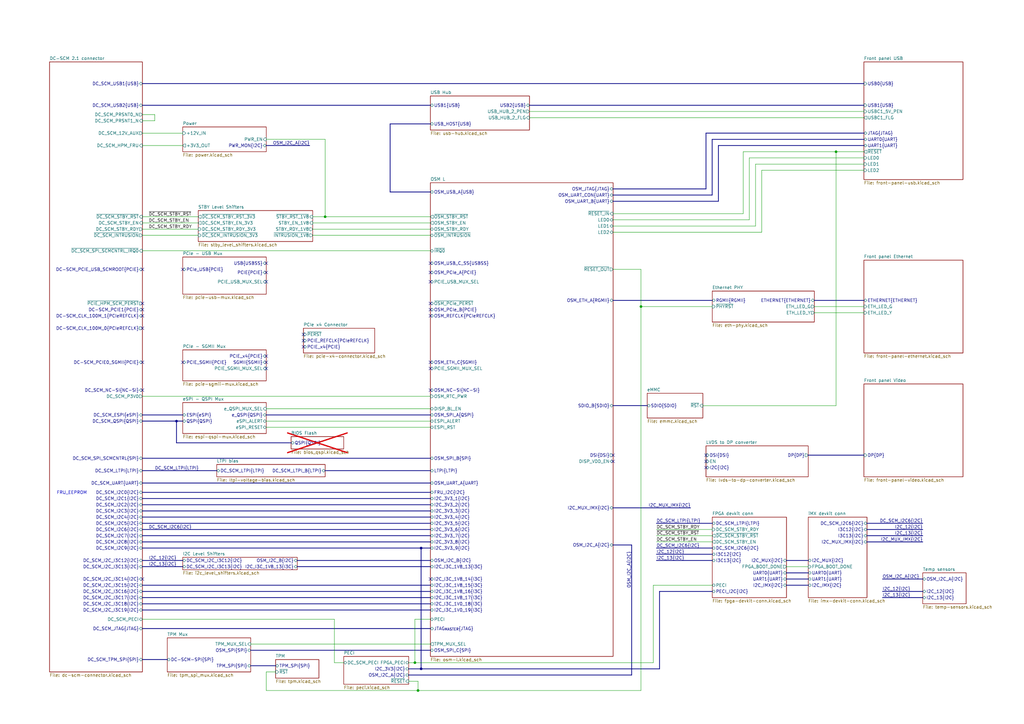
<source format=kicad_sch>
(kicad_sch
	(version 20250114)
	(generator "eeschema")
	(generator_version "9.0")
	(uuid "5f636c45-3c15-4731-8931-4625e0dab7e4")
	(paper "A3")
	(title_block
		(title "BMC Reference Carrier Board")
		(date "2025-08-14")
		(rev "1.0.0")
	)
	(lib_symbols)
	(bus_alias "DP"
		(members "TXD0-" "TXD0+" "TXD1-" "TXD1+" "TXD2-" "TXD2+" "TXD3-" "TXD3+"
			"HPD" "AUX-" "AUX+"
		)
	)
	(bus_alias "ETHERNET"
		(members "MDI0-" "MDI0+" "MDI1-" "MDI1+" "MDI2-" "MDI2+" "MDI3-" "MDI3+")
	)
	(bus_alias "I2C"
		(members "SCL" "SDA")
	)
	(bus_alias "I3C"
		(members "SCL" "SDA")
	)
	(bus_alias "JTAG"
		(members "TCK" "TDI" "TDO" "TMS" "TRST")
	)
	(bus_alias "LTPI"
		(members "RXD-" "RXD+" "TXD-" "TXD+" "RXCK+" "RXCK-" "TXCK+" "TXCK-")
	)
	(bus_alias "NC-SI"
		(members "REF_CLK" "CRS_DV" "RXD[0..1]" "TX_EN" "TXD[0..1]")
	)
	(bus_alias "PCIE"
		(members "RX0+" "RX0-" "TX0+" "TX0-" "RX1+" "RX1-" "TX1+" "TX1-" "RX2+"
			"RX2-" "TX2+" "TX2-" "RX3+" "RX3-" "TX3+" "TX3-"
		)
	)
	(bus_alias "PCIeREFCLK"
		(members "CLK+" "CLK-")
	)
	(bus_alias "QSPI"
		(members "IO0" "IO1" "IO2" "IO3" "SCK" "~{CS0}" "~{CS1}")
	)
	(bus_alias "RGMII"
		(members "TXD0" "TXD1" "TXD2" "TXD3" "RXD0" "RXD1" "RXD2" "RXD3" "TX_CLK"
			"TX_CTL" "RX_CTL" "RX_CLK" "MDIO" "MDC"
		)
	)
	(bus_alias "SDIO"
		(members "DAT[0..7]" "CMD" "CLK" "~{CD}" "IOPWR" "PWR_EN" "WP" "DS")
	)
	(bus_alias "SGMII"
		(members "TX+" "TX-" "RX+" "RX-")
	)
	(bus_alias "SPI"
		(members "DO" "DI" "SCK" "~{CS0}" "~{CS1}")
	)
	(bus_alias "UART"
		(members "RX" "TX")
	)
	(bus_alias "USB"
		(members "D+" "D-")
	)
	(bus_alias "USBSS"
		(members "RX+" "RX-" "TX+" "TX-")
	)
	(bus_alias "eSPI"
		(members "IO0" "IO1" "IO2" "IO3" "SCK" "~{CS0}" "~{ALERT0}" "~{RESET}")
	)
	(text "FRU_EEPROM"
		(exclude_from_sim no)
		(at 29.464 202.184 0)
		(effects
			(font
				(size 1.27 1.27)
			)
		)
		(uuid "c41e90ff-e194-46af-aaff-3e768fd6aafc")
	)
	(junction
		(at 342.9 62.23)
		(diameter 0)
		(color 0 0 0 0)
		(uuid "38e9759e-c68b-4001-b894-8fd0b018cef4")
	)
	(junction
		(at 171.45 283.21)
		(diameter 0)
		(color 0 0 0 0)
		(uuid "4c69ef25-1488-4f15-9186-acb041c5ab60")
	)
	(junction
		(at 170.18 271.78)
		(diameter 0)
		(color 0 0 0 0)
		(uuid "5964df36-a3b9-437d-9bbe-f8b2bde9e70c")
	)
	(junction
		(at 72.39 172.72)
		(diameter 0)
		(color 0 0 0 0)
		(uuid "62c510ff-cc36-4585-8d8d-4a4b4186e60b")
	)
	(junction
		(at 133.35 88.9)
		(diameter 0)
		(color 0 0 0 0)
		(uuid "64923476-3909-446d-a4f9-42617c790eec")
	)
	(junction
		(at 172.72 224.79)
		(diameter 0)
		(color 0 0 0 0)
		(uuid "703a08d8-ed15-4dc4-b3d1-49c55c463d5f")
	)
	(junction
		(at 262.89 125.73)
		(diameter 0)
		(color 0 0 0 0)
		(uuid "f103a7dd-69c9-457d-9964-0cb31a10f36c")
	)
	(junction
		(at 172.72 274.32)
		(diameter 0)
		(color 0 0 0 0)
		(uuid "fcdd6091-542d-4c53-93fe-0b982e05d922")
	)
	(no_connect
		(at 109.22 111.76)
		(uuid "00c32a64-bf17-4e63-951d-cfce64153edd")
	)
	(no_connect
		(at 124.46 139.7)
		(uuid "023e2d20-08bc-431e-8cda-adf17baa9cd9")
	)
	(no_connect
		(at 124.46 137.16)
		(uuid "0fbebee9-920e-4a7c-80fb-35a257831e74")
	)
	(no_connect
		(at 176.53 151.13)
		(uuid "10415489-b562-4545-9106-0327f8a2fdbd")
	)
	(no_connect
		(at 109.22 146.05)
		(uuid "26a7a9c1-7e9d-4689-8eab-26b148e81b3e")
	)
	(no_connect
		(at 251.46 189.23)
		(uuid "29fb6b0c-fbc7-4de5-9871-758791f19f74")
	)
	(no_connect
		(at 74.93 148.59)
		(uuid "31b371e3-6a4e-4cab-915c-10dc1bea2863")
	)
	(no_connect
		(at 58.42 127)
		(uuid "42ab1068-496e-4e72-a067-0c013eff1edd")
	)
	(no_connect
		(at 109.22 148.59)
		(uuid "44699cf4-4265-4357-b1dd-04e17d34737b")
	)
	(no_connect
		(at 58.42 110.49)
		(uuid "454216d2-badd-4166-989b-43e4994125a9")
	)
	(no_connect
		(at 176.53 124.46)
		(uuid "4c06292a-f18e-42ca-b5c1-093a4f13ca6c")
	)
	(no_connect
		(at 58.42 129.54)
		(uuid "4f99a78d-448b-4675-8edf-9b24469dec4f")
	)
	(no_connect
		(at 176.53 237.49)
		(uuid "6af2ce20-f19b-452e-8c9a-f967098681e4")
	)
	(no_connect
		(at 109.22 115.57)
		(uuid "6f4d9e14-9bd3-4ea3-8ab5-9dbf00404ec5")
	)
	(no_connect
		(at 176.53 160.02)
		(uuid "7057952e-8e6d-43dc-9414-6efad530829f")
	)
	(no_connect
		(at 58.42 160.02)
		(uuid "8c1552fa-9116-4ed7-b2f9-5064046eb45f")
	)
	(no_connect
		(at 176.53 127)
		(uuid "92f751a7-c1ba-4e82-98ca-f7b6b2fe3628")
	)
	(no_connect
		(at 289.56 189.23)
		(uuid "93febe7a-cb8b-4580-a206-fe97823aae20")
	)
	(no_connect
		(at 289.56 191.77)
		(uuid "9f2f4d1f-85f5-488b-bbbf-c3152f789e10")
	)
	(no_connect
		(at 109.22 107.95)
		(uuid "a4692185-3c4a-4c23-8c17-f156c8980506")
	)
	(no_connect
		(at 176.53 107.95)
		(uuid "a72fea88-8531-40aa-8148-c206ad5508ea")
	)
	(no_connect
		(at 109.22 151.13)
		(uuid "a88a035f-e3c4-4c31-bf2e-1664af69f5f3")
	)
	(no_connect
		(at 176.53 111.76)
		(uuid "b1149651-46b7-4a93-b828-4085c20ed760")
	)
	(no_connect
		(at 58.42 124.46)
		(uuid "b5b3e738-dca4-4f6c-8fe2-1843b2ef127b")
	)
	(no_connect
		(at 176.53 115.57)
		(uuid "bbea7e16-d84f-41e1-a3a9-4dff9e747ad0")
	)
	(no_connect
		(at 74.93 110.49)
		(uuid "be9f7182-b503-417a-b3c7-dd41351ed716")
	)
	(no_connect
		(at 58.42 134.62)
		(uuid "c76ca466-76d3-4666-8c63-01e97ecc9f79")
	)
	(no_connect
		(at 58.42 148.59)
		(uuid "c7dd2abc-df06-45c4-971c-063483c2af8d")
	)
	(no_connect
		(at 58.42 237.49)
		(uuid "d29570f1-dd1a-430a-bcaa-be12bdfb3bf0")
	)
	(no_connect
		(at 176.53 129.54)
		(uuid "e32cd488-30e1-471b-848b-9ebe2d17cff6")
	)
	(no_connect
		(at 176.53 148.59)
		(uuid "e429102a-56b3-4c87-8027-8b4278d01eec")
	)
	(no_connect
		(at 124.46 142.24)
		(uuid "e64c8e06-429e-45c3-8ca1-88e59d2a747b")
	)
	(no_connect
		(at 289.56 186.69)
		(uuid "e8908c55-86f9-442b-9b19-cc5b42e8886f")
	)
	(no_connect
		(at 251.46 186.69)
		(uuid "f189e36f-34fe-44e4-9e1d-f93bd1f9682d")
	)
	(wire
		(pts
			(xy 354.33 67.31) (xy 309.88 67.31)
		)
		(stroke
			(width 0)
			(type default)
		)
		(uuid "0072c303-9682-4aed-aea3-d48f2d50411d")
	)
	(wire
		(pts
			(xy 58.42 46.99) (xy 63.5 46.99)
		)
		(stroke
			(width 0)
			(type default)
		)
		(uuid "02a8ea36-6718-4ba3-8c3d-c7a212f9ac4d")
	)
	(wire
		(pts
			(xy 269.24 217.17) (xy 292.1 217.17)
		)
		(stroke
			(width 0)
			(type default)
		)
		(uuid "03a38004-b02f-4b9c-b21e-7834fb4b4377")
	)
	(wire
		(pts
			(xy 113.03 275.59) (xy 109.22 275.59)
		)
		(stroke
			(width 0)
			(type default)
		)
		(uuid "08a49e76-ad5a-4614-b86f-a92699e01159")
	)
	(wire
		(pts
			(xy 170.18 271.78) (xy 170.18 254)
		)
		(stroke
			(width 0)
			(type default)
		)
		(uuid "08b02345-516a-4759-bdfd-f1a8b42653e4")
	)
	(wire
		(pts
			(xy 109.22 172.72) (xy 176.53 172.72)
		)
		(stroke
			(width 0)
			(type default)
		)
		(uuid "0981fdee-ec5e-406d-8c99-9f0805f4246e")
	)
	(bus
		(pts
			(xy 119.38 181.61) (xy 72.39 181.61)
		)
		(stroke
			(width 0)
			(type default)
		)
		(uuid "0bd496ba-7765-453f-a65a-91a96f405a6e")
	)
	(wire
		(pts
			(xy 251.46 95.25) (xy 312.42 95.25)
		)
		(stroke
			(width 0)
			(type default)
		)
		(uuid "0c718fa7-5dc6-4a34-810b-2667797b16b1")
	)
	(bus
		(pts
			(xy 259.08 276.86) (xy 167.64 276.86)
		)
		(stroke
			(width 0)
			(type default)
		)
		(uuid "0ca60efe-8c7f-4847-8077-fe803f267ce7")
	)
	(wire
		(pts
			(xy 128.27 93.98) (xy 176.53 93.98)
		)
		(stroke
			(width 0)
			(type default)
		)
		(uuid "124bb1db-ad30-43b7-8690-b35e0186cd18")
	)
	(bus
		(pts
			(xy 292.1 80.01) (xy 251.46 80.01)
		)
		(stroke
			(width 0)
			(type default)
		)
		(uuid "140b5718-14d1-431d-b961-52046d7af82c")
	)
	(bus
		(pts
			(xy 160.02 78.74) (xy 176.53 78.74)
		)
		(stroke
			(width 0)
			(type default)
		)
		(uuid "14eb9f18-052c-422b-809b-6e0f0f885045")
	)
	(bus
		(pts
			(xy 58.42 219.71) (xy 176.53 219.71)
		)
		(stroke
			(width 0)
			(type default)
		)
		(uuid "18a57f6b-fdda-4ff7-be78-8c11823b04e6")
	)
	(wire
		(pts
			(xy 312.42 95.25) (xy 312.42 69.85)
		)
		(stroke
			(width 0)
			(type default)
		)
		(uuid "1a2356a1-6dc4-47fd-b41c-cbcf851b2b95")
	)
	(wire
		(pts
			(xy 109.22 57.15) (xy 133.35 57.15)
		)
		(stroke
			(width 0)
			(type default)
		)
		(uuid "1bab8893-9c2e-4880-b94f-e86be35c9b07")
	)
	(bus
		(pts
			(xy 58.42 170.18) (xy 74.93 170.18)
		)
		(stroke
			(width 0)
			(type default)
		)
		(uuid "1dd074f5-a5f9-4ca2-8769-6a60d4553378")
	)
	(wire
		(pts
			(xy 309.88 92.71) (xy 251.46 92.71)
		)
		(stroke
			(width 0)
			(type default)
		)
		(uuid "1f95057e-21c2-47b1-99f8-65427755ad66")
	)
	(wire
		(pts
			(xy 288.29 166.37) (xy 342.9 166.37)
		)
		(stroke
			(width 0)
			(type default)
		)
		(uuid "23174fef-d369-4e19-9ab1-5fc1823bce83")
	)
	(bus
		(pts
			(xy 58.42 209.55) (xy 176.53 209.55)
		)
		(stroke
			(width 0)
			(type default)
		)
		(uuid "26d97ac0-0f4b-4ac8-b34e-f62bf6fddd44")
	)
	(wire
		(pts
			(xy 58.42 254) (xy 137.16 254)
		)
		(stroke
			(width 0)
			(type default)
		)
		(uuid "2789d9ad-5162-44ca-a49b-aa805281e70e")
	)
	(wire
		(pts
			(xy 74.93 54.61) (xy 58.42 54.61)
		)
		(stroke
			(width 0)
			(type default)
		)
		(uuid "27f9aafa-f391-4500-b9a4-35ccd9b11c9d")
	)
	(bus
		(pts
			(xy 58.42 201.93) (xy 176.53 201.93)
		)
		(stroke
			(width 0)
			(type default)
		)
		(uuid "2818b057-42ad-4442-a672-57cd81a3a0ba")
	)
	(bus
		(pts
			(xy 58.42 247.65) (xy 176.53 247.65)
		)
		(stroke
			(width 0)
			(type default)
		)
		(uuid "2833c498-b98e-467b-ac45-db0a941839d0")
	)
	(bus
		(pts
			(xy 58.42 222.25) (xy 176.53 222.25)
		)
		(stroke
			(width 0)
			(type default)
		)
		(uuid "28ebd1e0-45c8-469d-ab36-10380b59fb9b")
	)
	(wire
		(pts
			(xy 109.22 275.59) (xy 109.22 283.21)
		)
		(stroke
			(width 0)
			(type default)
		)
		(uuid "2972e4aa-e010-41a8-9b43-f81641c8722c")
	)
	(bus
		(pts
			(xy 294.64 59.69) (xy 354.33 59.69)
		)
		(stroke
			(width 0)
			(type default)
		)
		(uuid "2e3ba949-8c54-48cf-b3fb-5fa7828f1048")
	)
	(wire
		(pts
			(xy 133.35 88.9) (xy 176.53 88.9)
		)
		(stroke
			(width 0)
			(type default)
		)
		(uuid "2f1966c3-a79a-451a-92db-6bdba05ddf99")
	)
	(bus
		(pts
			(xy 334.01 123.19) (xy 354.33 123.19)
		)
		(stroke
			(width 0)
			(type default)
		)
		(uuid "306f5843-25c0-4978-92da-dcfc79ce7aa0")
	)
	(bus
		(pts
			(xy 160.02 50.8) (xy 160.02 78.74)
		)
		(stroke
			(width 0)
			(type default)
		)
		(uuid "32520e24-dfa8-4bb0-a578-5fc285ec8cf0")
	)
	(bus
		(pts
			(xy 361.95 237.49) (xy 378.46 237.49)
		)
		(stroke
			(width 0)
			(type default)
		)
		(uuid "3b0722c4-18e2-4883-afbc-a48e2ba2bcd4")
	)
	(bus
		(pts
			(xy 172.72 224.79) (xy 172.72 274.32)
		)
		(stroke
			(width 0)
			(type default)
		)
		(uuid "3bd80d3a-bf53-4928-b44b-a332032dac20")
	)
	(bus
		(pts
			(xy 269.24 229.87) (xy 292.1 229.87)
		)
		(stroke
			(width 0)
			(type default)
		)
		(uuid "3ec5e0e4-5515-49e3-9cfa-3482c839a85c")
	)
	(bus
		(pts
			(xy 292.1 242.57) (xy 270.51 242.57)
		)
		(stroke
			(width 0)
			(type default)
		)
		(uuid "407b27b4-8b90-4dfe-9adb-8bee2495e12c")
	)
	(bus
		(pts
			(xy 167.64 274.32) (xy 172.72 274.32)
		)
		(stroke
			(width 0)
			(type default)
		)
		(uuid "4549047c-4a85-4d4f-868f-583915f82cc1")
	)
	(wire
		(pts
			(xy 334.01 125.73) (xy 354.33 125.73)
		)
		(stroke
			(width 0)
			(type default)
		)
		(uuid "455bd053-707e-4688-a75b-510da5938001")
	)
	(bus
		(pts
			(xy 361.95 242.57) (xy 378.46 242.57)
		)
		(stroke
			(width 0)
			(type default)
		)
		(uuid "475fa9ac-d6e9-4c50-9e14-99b093a9f0a3")
	)
	(bus
		(pts
			(xy 289.56 77.47) (xy 289.56 54.61)
		)
		(stroke
			(width 0)
			(type default)
		)
		(uuid "48e7f628-fa0c-4de5-bbb8-51c9f603b84b")
	)
	(wire
		(pts
			(xy 58.42 88.9) (xy 81.28 88.9)
		)
		(stroke
			(width 0)
			(type default)
		)
		(uuid "4a7cd98a-0f00-48bf-9887-2ab9800aac3f")
	)
	(wire
		(pts
			(xy 269.24 222.25) (xy 292.1 222.25)
		)
		(stroke
			(width 0)
			(type default)
		)
		(uuid "4e1f4790-b8a9-4ff2-823a-1520654fe3e8")
	)
	(wire
		(pts
			(xy 140.97 271.78) (xy 137.16 271.78)
		)
		(stroke
			(width 0)
			(type default)
		)
		(uuid "4f841acb-700b-4148-a5e4-40c96284777b")
	)
	(wire
		(pts
			(xy 58.42 96.52) (xy 81.28 96.52)
		)
		(stroke
			(width 0)
			(type default)
		)
		(uuid "5195b64a-b31b-47ac-904a-2a9d45543644")
	)
	(bus
		(pts
			(xy 259.08 223.52) (xy 251.46 223.52)
		)
		(stroke
			(width 0)
			(type default)
		)
		(uuid "5319620b-9d8c-41a7-ad57-73949cae589b")
	)
	(bus
		(pts
			(xy 270.51 242.57) (xy 270.51 274.32)
		)
		(stroke
			(width 0)
			(type default)
		)
		(uuid "5420d806-cd29-4a39-8d7c-ceaee2474d52")
	)
	(bus
		(pts
			(xy 72.39 172.72) (xy 74.93 172.72)
		)
		(stroke
			(width 0)
			(type default)
		)
		(uuid "5431e23d-288f-4b60-980f-439e0bae254c")
	)
	(bus
		(pts
			(xy 58.42 198.12) (xy 176.53 198.12)
		)
		(stroke
			(width 0)
			(type default)
		)
		(uuid "5765bd8c-5113-4389-bd77-1907616d7b2d")
	)
	(wire
		(pts
			(xy 217.17 45.72) (xy 354.33 45.72)
		)
		(stroke
			(width 0)
			(type default)
		)
		(uuid "5984ff5d-bfc4-4418-9b71-2eee3711c272")
	)
	(bus
		(pts
			(xy 58.42 250.19) (xy 176.53 250.19)
		)
		(stroke
			(width 0)
			(type default)
		)
		(uuid "5bff8d92-20e7-4aa5-8bb7-b54e9a4c0e85")
	)
	(bus
		(pts
			(xy 354.33 57.15) (xy 292.1 57.15)
		)
		(stroke
			(width 0)
			(type default)
		)
		(uuid "5c5d3d0b-d21c-406e-ab83-3ad6c3aebe04")
	)
	(bus
		(pts
			(xy 58.42 212.09) (xy 176.53 212.09)
		)
		(stroke
			(width 0)
			(type default)
		)
		(uuid "5cd2843d-ee73-4a28-982a-98f9ecd9a7f0")
	)
	(wire
		(pts
			(xy 217.17 48.26) (xy 354.33 48.26)
		)
		(stroke
			(width 0)
			(type default)
		)
		(uuid "5f988de3-5c04-4524-b223-276b8abcf9be")
	)
	(wire
		(pts
			(xy 170.18 271.78) (xy 267.97 271.78)
		)
		(stroke
			(width 0)
			(type default)
		)
		(uuid "61d2fc96-8b02-426e-85ca-34aceb2af559")
	)
	(bus
		(pts
			(xy 172.72 274.32) (xy 270.51 274.32)
		)
		(stroke
			(width 0)
			(type default)
		)
		(uuid "6403dce4-164f-4aea-b60a-40235610c6a5")
	)
	(wire
		(pts
			(xy 251.46 110.49) (xy 262.89 110.49)
		)
		(stroke
			(width 0)
			(type default)
		)
		(uuid "66acc940-4dac-498e-9def-56bba0dd513d")
	)
	(wire
		(pts
			(xy 342.9 166.37) (xy 342.9 62.23)
		)
		(stroke
			(width 0)
			(type default)
		)
		(uuid "673ca384-4ab9-465b-b391-f898669ae749")
	)
	(wire
		(pts
			(xy 251.46 87.63) (xy 304.8 87.63)
		)
		(stroke
			(width 0)
			(type default)
		)
		(uuid "67848a1e-e271-4ab3-885d-f404dfc2e472")
	)
	(wire
		(pts
			(xy 109.22 167.64) (xy 176.53 167.64)
		)
		(stroke
			(width 0)
			(type default)
		)
		(uuid "69b1dde3-4e81-44a4-821a-8e828cfc45c3")
	)
	(wire
		(pts
			(xy 307.34 64.77) (xy 354.33 64.77)
		)
		(stroke
			(width 0)
			(type default)
		)
		(uuid "6c69d606-5636-4ba7-ac6d-f72d077846bc")
	)
	(bus
		(pts
			(xy 121.92 232.41) (xy 176.53 232.41)
		)
		(stroke
			(width 0)
			(type default)
		)
		(uuid "6f8c1822-a086-4ef4-b4a8-ec0a06e2c78d")
	)
	(bus
		(pts
			(xy 58.42 270.51) (xy 68.58 270.51)
		)
		(stroke
			(width 0)
			(type default)
		)
		(uuid "71426732-1563-4eb5-a683-efa5e8b5da42")
	)
	(wire
		(pts
			(xy 58.42 162.56) (xy 176.53 162.56)
		)
		(stroke
			(width 0)
			(type default)
		)
		(uuid "729645a7-9e3a-473d-a0f6-2bcc2192db41")
	)
	(wire
		(pts
			(xy 167.64 271.78) (xy 170.18 271.78)
		)
		(stroke
			(width 0)
			(type default)
		)
		(uuid "72cf286c-dee5-492a-9f51-fae54f2994a0")
	)
	(bus
		(pts
			(xy 58.42 43.18) (xy 176.53 43.18)
		)
		(stroke
			(width 0)
			(type default)
		)
		(uuid "776a458a-bb43-4202-b4e0-79e0cd481ad8")
	)
	(bus
		(pts
			(xy 58.42 224.79) (xy 172.72 224.79)
		)
		(stroke
			(width 0)
			(type default)
		)
		(uuid "783c9323-dd38-4f62-a85d-44abfc99b197")
	)
	(bus
		(pts
			(xy 160.02 50.8) (xy 176.53 50.8)
		)
		(stroke
			(width 0)
			(type default)
		)
		(uuid "7945940e-f762-4d83-ab97-028b01f9cdd5")
	)
	(bus
		(pts
			(xy 355.6 222.25) (xy 378.46 222.25)
		)
		(stroke
			(width 0)
			(type default)
		)
		(uuid "7dfac058-89f7-4c4c-845f-bf3391452536")
	)
	(wire
		(pts
			(xy 128.27 88.9) (xy 133.35 88.9)
		)
		(stroke
			(width 0)
			(type default)
		)
		(uuid "7f34a44e-bfad-47c8-ab1d-c9c57b67a7f5")
	)
	(wire
		(pts
			(xy 170.18 254) (xy 176.53 254)
		)
		(stroke
			(width 0)
			(type default)
		)
		(uuid "83468dab-2d03-4570-ba67-a47b4263f6d6")
	)
	(bus
		(pts
			(xy 269.24 214.63) (xy 292.1 214.63)
		)
		(stroke
			(width 0)
			(type default)
		)
		(uuid "857ce45b-16dd-4e3f-83ad-766da072303e")
	)
	(bus
		(pts
			(xy 58.42 193.04) (xy 88.9 193.04)
		)
		(stroke
			(width 0)
			(type default)
		)
		(uuid "87ada07f-280a-415c-993a-1f3d539329d1")
	)
	(wire
		(pts
			(xy 267.97 240.03) (xy 267.97 271.78)
		)
		(stroke
			(width 0)
			(type default)
		)
		(uuid "8800f456-407e-4971-a983-66c6fff5765a")
	)
	(wire
		(pts
			(xy 109.22 175.26) (xy 176.53 175.26)
		)
		(stroke
			(width 0)
			(type default)
		)
		(uuid "8a0fc100-602f-453e-9d77-491ae2cb7e45")
	)
	(bus
		(pts
			(xy 172.72 224.79) (xy 176.53 224.79)
		)
		(stroke
			(width 0)
			(type default)
		)
		(uuid "8ae848dd-e0e4-4fd6-a172-1e504d3ab914")
	)
	(wire
		(pts
			(xy 312.42 69.85) (xy 354.33 69.85)
		)
		(stroke
			(width 0)
			(type default)
		)
		(uuid "8da8d72e-1c68-4aa6-ab07-4357c628d5d2")
	)
	(bus
		(pts
			(xy 217.17 43.18) (xy 354.33 43.18)
		)
		(stroke
			(width 0)
			(type default)
		)
		(uuid "916a9d22-ccdf-49c2-bf84-f39732f2ed6c")
	)
	(wire
		(pts
			(xy 334.01 128.27) (xy 354.33 128.27)
		)
		(stroke
			(width 0)
			(type default)
		)
		(uuid "93230b94-e5c9-4368-9fed-76cab9a35ee9")
	)
	(bus
		(pts
			(xy 58.42 187.96) (xy 176.53 187.96)
		)
		(stroke
			(width 0)
			(type default)
		)
		(uuid "93b52994-29fb-418c-91c4-8e819dcd24e7")
	)
	(bus
		(pts
			(xy 109.22 170.18) (xy 176.53 170.18)
		)
		(stroke
			(width 0)
			(type default)
		)
		(uuid "94ff9c26-a0ab-4ab8-9c88-a33fb55e955c")
	)
	(wire
		(pts
			(xy 63.5 49.53) (xy 58.42 49.53)
		)
		(stroke
			(width 0)
			(type default)
		)
		(uuid "96218a4f-e390-44a1-a86c-cded957ea78e")
	)
	(wire
		(pts
			(xy 262.89 125.73) (xy 262.89 283.21)
		)
		(stroke
			(width 0)
			(type default)
		)
		(uuid "97cf0e36-2724-439a-9784-7b1b3504854f")
	)
	(bus
		(pts
			(xy 58.42 207.01) (xy 176.53 207.01)
		)
		(stroke
			(width 0)
			(type default)
		)
		(uuid "9a158eaf-aea8-4adb-9107-e392f6182eea")
	)
	(wire
		(pts
			(xy 58.42 93.98) (xy 81.28 93.98)
		)
		(stroke
			(width 0)
			(type default)
		)
		(uuid "9b1fd944-3b0e-46b8-89a4-6a5af83a52d9")
	)
	(bus
		(pts
			(xy 102.87 266.7) (xy 176.53 266.7)
		)
		(stroke
			(width 0)
			(type default)
		)
		(uuid "9b414979-0454-49dd-a8fd-cfc266924a21")
	)
	(bus
		(pts
			(xy 269.24 224.79) (xy 292.1 224.79)
		)
		(stroke
			(width 0)
			(type default)
		)
		(uuid "9c384ac0-a5ec-4d3d-b6f2-f051c2dd1844")
	)
	(bus
		(pts
			(xy 259.08 223.52) (xy 259.08 276.86)
		)
		(stroke
			(width 0)
			(type default)
		)
		(uuid "9e84ede0-8e37-4949-b916-d5f44a5447cf")
	)
	(wire
		(pts
			(xy 251.46 90.17) (xy 307.34 90.17)
		)
		(stroke
			(width 0)
			(type default)
		)
		(uuid "9f1017bc-b47b-432d-96f9-97a35fac297b")
	)
	(wire
		(pts
			(xy 309.88 67.31) (xy 309.88 92.71)
		)
		(stroke
			(width 0)
			(type default)
		)
		(uuid "9f68b41b-cf16-4466-b5ee-641cee2afd01")
	)
	(bus
		(pts
			(xy 58.42 229.87) (xy 74.93 229.87)
		)
		(stroke
			(width 0)
			(type default)
		)
		(uuid "a190b9f0-5fe0-4580-b006-6f4c75497814")
	)
	(wire
		(pts
			(xy 269.24 219.71) (xy 292.1 219.71)
		)
		(stroke
			(width 0)
			(type default)
		)
		(uuid "a3570e4f-ac2c-4e23-8683-431d52562d70")
	)
	(bus
		(pts
			(xy 58.42 214.63) (xy 176.53 214.63)
		)
		(stroke
			(width 0)
			(type default)
		)
		(uuid "a39ca0a7-c3a8-4055-9508-0e9b7425f57b")
	)
	(bus
		(pts
			(xy 269.24 227.33) (xy 292.1 227.33)
		)
		(stroke
			(width 0)
			(type default)
		)
		(uuid "a4139f66-dda1-459d-82bd-3648fb7b69e2")
	)
	(wire
		(pts
			(xy 58.42 91.44) (xy 81.28 91.44)
		)
		(stroke
			(width 0)
			(type default)
		)
		(uuid "a5940e65-b52d-4d3d-930b-360c6bc050e8")
	)
	(bus
		(pts
			(xy 58.42 217.17) (xy 176.53 217.17)
		)
		(stroke
			(width 0)
			(type default)
		)
		(uuid "a5a4e4ff-1862-4e4b-aae0-de0edba14b93")
	)
	(bus
		(pts
			(xy 251.46 123.19) (xy 292.1 123.19)
		)
		(stroke
			(width 0)
			(type default)
		)
		(uuid "a648c5ff-a649-49e3-8faf-c7fcf2b4027d")
	)
	(wire
		(pts
			(xy 171.45 279.4) (xy 167.64 279.4)
		)
		(stroke
			(width 0)
			(type default)
		)
		(uuid "a749551d-4421-44b6-8bef-872736005522")
	)
	(wire
		(pts
			(xy 342.9 62.23) (xy 354.33 62.23)
		)
		(stroke
			(width 0)
			(type default)
		)
		(uuid "a9f376e6-8b37-4dc0-aa04-2788f007e0b0")
	)
	(bus
		(pts
			(xy 251.46 82.55) (xy 294.64 82.55)
		)
		(stroke
			(width 0)
			(type default)
		)
		(uuid "ad213902-452d-4c42-8261-0ecd49c1e2e8")
	)
	(bus
		(pts
			(xy 378.46 214.63) (xy 355.6 214.63)
		)
		(stroke
			(width 0)
			(type default)
		)
		(uuid "ad33a218-9bc7-4fb1-8723-1d9a35372722")
	)
	(bus
		(pts
			(xy 58.42 242.57) (xy 176.53 242.57)
		)
		(stroke
			(width 0)
			(type default)
		)
		(uuid "ad92379d-cc63-478b-abd7-11378df79919")
	)
	(bus
		(pts
			(xy 331.47 186.69) (xy 354.33 186.69)
		)
		(stroke
			(width 0)
			(type default)
		)
		(uuid "ae04d0ae-6d67-474e-9ba2-793c9f81979c")
	)
	(wire
		(pts
			(xy 262.89 125.73) (xy 292.1 125.73)
		)
		(stroke
			(width 0)
			(type default)
		)
		(uuid "aeecf0ab-b439-409c-afdf-c2739d844c0f")
	)
	(wire
		(pts
			(xy 307.34 90.17) (xy 307.34 64.77)
		)
		(stroke
			(width 0)
			(type default)
		)
		(uuid "b27b0ade-a486-4659-b7b8-c9e86b030722")
	)
	(bus
		(pts
			(xy 58.42 245.11) (xy 176.53 245.11)
		)
		(stroke
			(width 0)
			(type default)
		)
		(uuid "b31212d9-f126-4676-8baa-7de2447242d1")
	)
	(wire
		(pts
			(xy 292.1 240.03) (xy 267.97 240.03)
		)
		(stroke
			(width 0)
			(type default)
		)
		(uuid "b3be2db1-77c8-4cd0-806d-672d315003c1")
	)
	(bus
		(pts
			(xy 133.35 193.04) (xy 176.53 193.04)
		)
		(stroke
			(width 0)
			(type default)
		)
		(uuid "b43d6174-c336-4f6c-858a-48fb4b7e4cc3")
	)
	(wire
		(pts
			(xy 137.16 271.78) (xy 137.16 254)
		)
		(stroke
			(width 0)
			(type default)
		)
		(uuid "bb59f509-156e-4e9f-9967-b546e1ed9889")
	)
	(bus
		(pts
			(xy 378.46 217.17) (xy 355.6 217.17)
		)
		(stroke
			(width 0)
			(type default)
		)
		(uuid "bd689452-a5d8-416f-9f13-f16ff34a00e9")
	)
	(bus
		(pts
			(xy 378.46 219.71) (xy 355.6 219.71)
		)
		(stroke
			(width 0)
			(type default)
		)
		(uuid "c49ef216-9337-4bc1-96be-fc46aaf04897")
	)
	(bus
		(pts
			(xy 289.56 54.61) (xy 354.33 54.61)
		)
		(stroke
			(width 0)
			(type default)
		)
		(uuid "c556d581-2932-43fb-b62c-17d6edb07517")
	)
	(bus
		(pts
			(xy 361.95 245.11) (xy 378.46 245.11)
		)
		(stroke
			(width 0)
			(type default)
		)
		(uuid "c7dae9e0-4d27-4b4b-b635-c2b8e9812926")
	)
	(wire
		(pts
			(xy 262.89 110.49) (xy 262.89 125.73)
		)
		(stroke
			(width 0)
			(type default)
		)
		(uuid "ca25260d-69c8-4d1d-bf7d-167fa70ebf53")
	)
	(wire
		(pts
			(xy 63.5 46.99) (xy 63.5 49.53)
		)
		(stroke
			(width 0)
			(type default)
		)
		(uuid "ca957d2b-d54a-43b8-b037-a3ac6732d327")
	)
	(wire
		(pts
			(xy 58.42 102.87) (xy 176.53 102.87)
		)
		(stroke
			(width 0)
			(type default)
		)
		(uuid "cc65a0b6-8b33-4822-b0ff-27b83017a1cf")
	)
	(wire
		(pts
			(xy 109.22 283.21) (xy 171.45 283.21)
		)
		(stroke
			(width 0)
			(type default)
		)
		(uuid "cd364f7d-e9c0-431b-bcb7-a3c94994e5df")
	)
	(wire
		(pts
			(xy 322.58 232.41) (xy 331.47 232.41)
		)
		(stroke
			(width 0)
			(type default)
		)
		(uuid "ce7f2727-0ad8-4e4d-bc10-74393d1bba94")
	)
	(bus
		(pts
			(xy 322.58 240.03) (xy 331.47 240.03)
		)
		(stroke
			(width 0)
			(type default)
		)
		(uuid "cee99e51-1af2-4091-a39a-5cf1cf584bd1")
	)
	(bus
		(pts
			(xy 121.92 229.87) (xy 176.53 229.87)
		)
		(stroke
			(width 0)
			(type default)
		)
		(uuid "d5dfe7ac-091c-4e95-8e6d-7ac798908113")
	)
	(bus
		(pts
			(xy 322.58 234.95) (xy 331.47 234.95)
		)
		(stroke
			(width 0)
			(type default)
		)
		(uuid "d7854070-0b08-45da-95a7-cf8f75f79f46")
	)
	(wire
		(pts
			(xy 102.87 264.16) (xy 176.53 264.16)
		)
		(stroke
			(width 0)
			(type default)
		)
		(uuid "d858075c-d3fb-4ad0-a242-d31237d7f1b1")
	)
	(wire
		(pts
			(xy 128.27 91.44) (xy 176.53 91.44)
		)
		(stroke
			(width 0)
			(type default)
		)
		(uuid "d9bbae91-80d7-4a8e-a100-2152fbbed4dc")
	)
	(bus
		(pts
			(xy 58.42 34.29) (xy 354.33 34.29)
		)
		(stroke
			(width 0)
			(type default)
		)
		(uuid "da7c0917-0e70-4809-a68a-706fdd033eae")
	)
	(bus
		(pts
			(xy 58.42 257.81) (xy 176.53 257.81)
		)
		(stroke
			(width 0)
			(type default)
		)
		(uuid "db8dfc01-bd76-4c9e-a499-3b57da97f647")
	)
	(bus
		(pts
			(xy 102.87 273.05) (xy 113.03 273.05)
		)
		(stroke
			(width 0)
			(type default)
		)
		(uuid "dd2e1f0b-7360-4807-8087-4cf7eca9c71f")
	)
	(bus
		(pts
			(xy 58.42 232.41) (xy 74.93 232.41)
		)
		(stroke
			(width 0)
			(type default)
		)
		(uuid "dd89df53-ce99-4929-82b9-24ec283d77c7")
	)
	(bus
		(pts
			(xy 322.58 237.49) (xy 331.47 237.49)
		)
		(stroke
			(width 0)
			(type default)
		)
		(uuid "de16b64a-4bb0-4bdc-b1f9-223f8c2aabf9")
	)
	(bus
		(pts
			(xy 292.1 57.15) (xy 292.1 80.01)
		)
		(stroke
			(width 0)
			(type default)
		)
		(uuid "de2d0680-ec1f-490b-96ce-e245594e4395")
	)
	(wire
		(pts
			(xy 304.8 87.63) (xy 304.8 62.23)
		)
		(stroke
			(width 0)
			(type default)
		)
		(uuid "e0a7a60b-fa39-4592-b44d-31d8ba39dab7")
	)
	(bus
		(pts
			(xy 251.46 166.37) (xy 265.43 166.37)
		)
		(stroke
			(width 0)
			(type default)
		)
		(uuid "e14e40ef-30f0-4c81-8dd6-dd94defbdd6b")
	)
	(bus
		(pts
			(xy 58.42 172.72) (xy 72.39 172.72)
		)
		(stroke
			(width 0)
			(type default)
		)
		(uuid "e1be87b2-827b-4d85-8b13-47eab2927f53")
	)
	(bus
		(pts
			(xy 58.42 204.47) (xy 176.53 204.47)
		)
		(stroke
			(width 0)
			(type default)
		)
		(uuid "e6859a9b-1b4e-446d-b318-46ac2393f806")
	)
	(bus
		(pts
			(xy 322.58 229.87) (xy 331.47 229.87)
		)
		(stroke
			(width 0)
			(type default)
		)
		(uuid "e6c459a1-fbfe-4c63-bc53-684b7d1f1f38")
	)
	(bus
		(pts
			(xy 72.39 181.61) (xy 72.39 172.72)
		)
		(stroke
			(width 0)
			(type default)
		)
		(uuid "e764f874-dfeb-4fa9-8282-6f715414818b")
	)
	(wire
		(pts
			(xy 128.27 96.52) (xy 176.53 96.52)
		)
		(stroke
			(width 0)
			(type default)
		)
		(uuid "e86de649-7c61-45c0-b5b0-06be18a1ef3a")
	)
	(wire
		(pts
			(xy 171.45 283.21) (xy 171.45 279.4)
		)
		(stroke
			(width 0)
			(type default)
		)
		(uuid "e976bcf7-52cd-4085-a0d6-af54b2768902")
	)
	(bus
		(pts
			(xy 294.64 82.55) (xy 294.64 59.69)
		)
		(stroke
			(width 0)
			(type default)
		)
		(uuid "ebe24cf9-fcf1-48ea-9518-29fbc162eee4")
	)
	(bus
		(pts
			(xy 251.46 77.47) (xy 289.56 77.47)
		)
		(stroke
			(width 0)
			(type default)
		)
		(uuid "ec30c5ba-9a06-457e-8378-8abda0eb001e")
	)
	(wire
		(pts
			(xy 133.35 57.15) (xy 133.35 88.9)
		)
		(stroke
			(width 0)
			(type default)
		)
		(uuid "eed6173f-0b6c-407d-9e4f-c99c71da4ef3")
	)
	(bus
		(pts
			(xy 109.22 59.69) (xy 127 59.69)
		)
		(stroke
			(width 0)
			(type default)
		)
		(uuid "f1ae1b12-3a8b-42b7-861c-25e58cbddeb7")
	)
	(wire
		(pts
			(xy 58.42 59.69) (xy 74.93 59.69)
		)
		(stroke
			(width 0)
			(type default)
		)
		(uuid "f5157fae-c518-4f05-a543-432d6cfd2263")
	)
	(bus
		(pts
			(xy 251.46 208.28) (xy 283.21 208.28)
		)
		(stroke
			(width 0)
			(type default)
		)
		(uuid "f66cc4a8-10ce-4ce8-9372-d8bf18e5e1c5")
	)
	(wire
		(pts
			(xy 304.8 62.23) (xy 342.9 62.23)
		)
		(stroke
			(width 0)
			(type default)
		)
		(uuid "f807a574-b3a2-421e-8e86-349f169352ce")
	)
	(bus
		(pts
			(xy 58.42 240.03) (xy 176.53 240.03)
		)
		(stroke
			(width 0)
			(type default)
		)
		(uuid "fa977c83-71bc-4599-91eb-b0a173589382")
	)
	(wire
		(pts
			(xy 262.89 283.21) (xy 171.45 283.21)
		)
		(stroke
			(width 0)
			(type default)
		)
		(uuid "fdad3698-396c-4d5d-b0b1-668152fe238d")
	)
	(label "I2C_12{I2C}"
		(at 361.95 242.57 0)
		(effects
			(font
				(size 1.27 1.27)
			)
			(justify left bottom)
		)
		(uuid "2109317b-38ea-4eec-b73c-6898975a60f2")
	)
	(label "I2C_13{I2C}"
		(at 60.96 232.41 0)
		(effects
			(font
				(size 1.27 1.27)
			)
			(justify left bottom)
		)
		(uuid "2dcb6b6d-d76e-4d7c-b0f6-14ac854304d2")
	)
	(label "I2C_12{I2C}"
		(at 60.96 229.87 0)
		(effects
			(font
				(size 1.27 1.27)
			)
			(justify left bottom)
		)
		(uuid "2e7f86c8-d593-4bd5-8703-f423a9b422cd")
	)
	(label "~{DC_SCM_STBY_RST}"
		(at 269.24 219.71 0)
		(effects
			(font
				(size 1.27 1.27)
			)
			(justify left bottom)
		)
		(uuid "4b91bf82-9ddb-4089-9e03-c7fcba7cbc86")
	)
	(label "I2C_12{I2C}"
		(at 269.24 227.33 0)
		(effects
			(font
				(size 1.27 1.27)
			)
			(justify left bottom)
		)
		(uuid "5c72050f-75f8-405f-a25b-898dc76305b2")
	)
	(label "OSM_I2C_A{I2C}"
		(at 127 59.69 180)
		(effects
			(font
				(size 1.27 1.27)
			)
			(justify right bottom)
		)
		(uuid "655a5719-5eeb-49ba-80ab-c97c8669dc49")
	)
	(label "~{DC_SCM_STBY_RST}"
		(at 60.96 88.9 0)
		(effects
			(font
				(size 1.27 1.27)
			)
			(justify left bottom)
		)
		(uuid "6657d4fd-c667-4aec-9934-3c6f4c87c051")
	)
	(label "DC_SCM_LTPI{LTPI}"
		(at 63.5 193.04 0)
		(effects
			(font
				(size 1.27 1.27)
			)
			(justify left bottom)
		)
		(uuid "67b32dc1-5259-4b0b-ac36-2531acec8522")
	)
	(label "DC_SCM_STBY_RDY"
		(at 60.96 93.98 0)
		(effects
			(font
				(size 1.27 1.27)
			)
			(justify left bottom)
		)
		(uuid "6b202989-d984-4e4d-b967-b20a5998c5df")
	)
	(label "I2C_MUX_IMX{I2C}"
		(at 378.46 222.25 180)
		(effects
			(font
				(size 1.27 1.27)
			)
			(justify right bottom)
		)
		(uuid "70bd067f-2417-4791-829a-cea86d6beab0")
	)
	(label "I2C_13{I2C}"
		(at 361.95 245.11 0)
		(effects
			(font
				(size 1.27 1.27)
			)
			(justify left bottom)
		)
		(uuid "79eb2ca9-a501-4e4e-b33c-3091915a34f7")
	)
	(label "DC_SCM_STBY_EN"
		(at 60.96 91.44 0)
		(effects
			(font
				(size 1.27 1.27)
			)
			(justify left bottom)
		)
		(uuid "7e6c5fa8-51e6-4635-a051-28a9f4b9795a")
	)
	(label "I2C_MUX_IMX{I2C}"
		(at 283.21 208.28 180)
		(effects
			(font
				(size 1.27 1.27)
			)
			(justify right bottom)
		)
		(uuid "8825f0f0-9dda-4fb4-bc12-c28712ba5160")
	)
	(label "DC_SCM_I2C6{I2C}"
		(at 269.24 224.79 0)
		(effects
			(font
				(size 1.27 1.27)
			)
			(justify left bottom)
		)
		(uuid "892e5ac4-4e2d-4f39-a557-a44e70139ef6")
	)
	(label "I2C_12{I2C}"
		(at 378.46 217.17 180)
		(effects
			(font
				(size 1.27 1.27)
			)
			(justify right bottom)
		)
		(uuid "a01956a5-df2a-44be-97db-8369ed324c03")
	)
	(label "I2C_13{I2C}"
		(at 378.46 219.71 180)
		(effects
			(font
				(size 1.27 1.27)
			)
			(justify right bottom)
		)
		(uuid "a395d7f6-cc2d-4415-be9b-3db42236b178")
	)
	(label "I2C_13{I2C}"
		(at 269.24 229.87 0)
		(effects
			(font
				(size 1.27 1.27)
			)
			(justify left bottom)
		)
		(uuid "a6094a49-62f2-4435-b4c6-a0f46f16d994")
	)
	(label "DC_SCM_I2C6{I2C}"
		(at 378.46 214.63 180)
		(effects
			(font
				(size 1.27 1.27)
			)
			(justify right bottom)
		)
		(uuid "b8193c65-cdad-4c1b-93f7-4310e77164a6")
	)
	(label "OSM_I2C_A{I2C}"
		(at 361.95 237.49 0)
		(effects
			(font
				(size 1.27 1.27)
			)
			(justify left bottom)
		)
		(uuid "d2d11e69-c76d-4951-81f7-253ba4eee93e")
	)
	(label "OSM_I2C_A{I2C}"
		(at 259.08 226.06 270)
		(effects
			(font
				(size 1.27 1.27)
			)
			(justify right bottom)
		)
		(uuid "e1d5de07-831c-4635-8a9a-29d7bfdf16f5")
	)
	(label "DC_SCM_LTPI{LTPI}"
		(at 269.24 214.63 0)
		(effects
			(font
				(size 1.27 1.27)
			)
			(justify left bottom)
		)
		(uuid "e6a37291-0506-4c95-ba09-754655f34346")
	)
	(label "DC_SCM_I2C6{I2C}"
		(at 60.96 217.17 0)
		(effects
			(font
				(size 1.27 1.27)
			)
			(justify left bottom)
		)
		(uuid "f35ef583-1639-49da-9a66-fcd19059c974")
	)
	(label "DC_SCM_STBY_EN"
		(at 269.24 222.25 0)
		(effects
			(font
				(size 1.27 1.27)
			)
			(justify left bottom)
		)
		(uuid "f4a1ecfb-92bf-4d87-9d3b-c05b584cdb82")
	)
	(label "DC_SCM_STBY_RDY"
		(at 269.24 217.17 0)
		(effects
			(font
				(size 1.27 1.27)
			)
			(justify left bottom)
		)
		(uuid "f909996e-304e-4d13-998a-4ed65186d4d1")
	)
	(sheet
		(at 74.93 105.41)
		(size 34.29 15.24)
		(exclude_from_sim no)
		(in_bom yes)
		(on_board yes)
		(dnp no)
		(fields_autoplaced yes)
		(stroke
			(width 0.1524)
			(type solid)
		)
		(fill
			(color 0 0 0 0.0000)
		)
		(uuid "02dc288a-88ee-45fa-83b7-00b3500b0ccd")
		(property "Sheetname" "PCIe - USB Mux"
			(at 74.93 104.6984 0)
			(effects
				(font
					(size 1.27 1.27)
				)
				(justify left bottom)
			)
		)
		(property "Sheetfile" "pcie-usb-mux.kicad_sch"
			(at 74.93 121.2346 0)
			(effects
				(font
					(size 1.27 1.27)
				)
				(justify left top)
			)
		)
		(pin "PCIE{PCIE}" bidirectional
			(at 109.22 111.76 0)
			(uuid "22773127-92b0-4908-bda3-b45927d4f650")
			(effects
				(font
					(size 1.27 1.27)
				)
				(justify right)
			)
		)
		(pin "PCIe_USB{PCIE}" bidirectional
			(at 74.93 110.49 180)
			(uuid "f4c33bc1-5de8-4ee0-bff4-52c511fc52bd")
			(effects
				(font
					(size 1.27 1.27)
				)
				(justify left)
			)
		)
		(pin "USB{USBSS}" bidirectional
			(at 109.22 107.95 0)
			(uuid "95d3bf01-7739-4431-8c33-de4645fbd958")
			(effects
				(font
					(size 1.27 1.27)
				)
				(justify right)
			)
		)
		(pin "PCIE_USB_MUX_SEL" input
			(at 109.22 115.57 0)
			(uuid "07640666-45ee-434c-9ca0-3a5e1d7b3168")
			(effects
				(font
					(size 1.27 1.27)
				)
				(justify right)
			)
		)
		(instances
			(project "bmc-reference-carrier-board"
				(path "/5f636c45-3c15-4731-8931-4625e0dab7e4"
					(page "5")
				)
			)
		)
	)
	(sheet
		(at 140.97 269.24)
		(size 26.67 11.43)
		(exclude_from_sim no)
		(in_bom yes)
		(on_board yes)
		(dnp no)
		(fields_autoplaced yes)
		(stroke
			(width 0.1524)
			(type solid)
		)
		(fill
			(color 0 0 0 0.0000)
		)
		(uuid "059549ff-8797-49c1-8fca-331cf9775bbd")
		(property "Sheetname" "PECI"
			(at 140.97 268.5284 0)
			(effects
				(font
					(size 1.27 1.27)
				)
				(justify left bottom)
			)
		)
		(property "Sheetfile" "peci.kicad_sch"
			(at 140.97 281.2546 0)
			(effects
				(font
					(size 1.27 1.27)
				)
				(justify left top)
			)
		)
		(pin "DC_SCM_PECI" bidirectional
			(at 140.97 271.78 180)
			(uuid "d8a1dff3-250d-45c5-ab86-de8529e428df")
			(effects
				(font
					(size 1.27 1.27)
				)
				(justify left)
			)
		)
		(pin "FPGA_PECI" bidirectional
			(at 167.64 271.78 0)
			(uuid "7733a817-de4f-4400-984a-c74d2f60580e")
			(effects
				(font
					(size 1.27 1.27)
				)
				(justify right)
			)
		)
		(pin "I2C_3V3{I2C}" bidirectional
			(at 167.64 274.32 0)
			(uuid "e1bddd3a-ba07-4ad0-a3a9-372f7f2bbf0f")
			(effects
				(font
					(size 1.27 1.27)
				)
				(justify right)
			)
		)
		(pin "~{RESET}" input
			(at 167.64 279.4 0)
			(uuid "31d12f38-6eb0-43dc-a191-898c1bfa7711")
			(effects
				(font
					(size 1.27 1.27)
				)
				(justify right)
			)
		)
		(pin "OSM_I2C_A{I2C}" bidirectional
			(at 167.64 276.86 0)
			(uuid "b751361e-9457-4ec0-a7c5-cbdbe4659699")
			(effects
				(font
					(size 1.27 1.27)
				)
				(justify right)
			)
		)
		(instances
			(project "bmc-reference-carrier-board"
				(path "/5f636c45-3c15-4731-8931-4625e0dab7e4"
					(page "22")
				)
			)
		)
	)
	(sheet
		(at 176.53 39.37)
		(size 40.64 13.97)
		(exclude_from_sim no)
		(in_bom yes)
		(on_board yes)
		(dnp no)
		(fields_autoplaced yes)
		(stroke
			(width 0.1524)
			(type solid)
		)
		(fill
			(color 0 0 0 0.0000)
		)
		(uuid "0aea98e3-a768-49a4-b182-70f437391ac4")
		(property "Sheetname" "USB Hub"
			(at 176.53 38.6584 0)
			(effects
				(font
					(size 1.27 1.27)
				)
				(justify left bottom)
			)
		)
		(property "Sheetfile" "usb-hub.kicad_sch"
			(at 176.53 53.9246 0)
			(effects
				(font
					(size 1.27 1.27)
				)
				(justify left top)
			)
		)
		(pin "USB_HOST{USB}" bidirectional
			(at 176.53 50.8 180)
			(uuid "1cb5d347-4e3e-43a4-ad58-44fbf0a56829")
			(effects
				(font
					(size 1.27 1.27)
				)
				(justify left)
			)
		)
		(pin "USB_HUB_2_FLG" input
			(at 217.17 48.26 0)
			(uuid "9cd9a33b-528a-4ca8-8da8-2c7fc99c7f60")
			(effects
				(font
					(size 1.27 1.27)
				)
				(justify right)
			)
		)
		(pin "USB_HUB_2_PEN" output
			(at 217.17 45.72 0)
			(uuid "c3d16731-be50-41c4-a87f-8db7c047a377")
			(effects
				(font
					(size 1.27 1.27)
				)
				(justify right)
			)
		)
		(pin "USB1{USB}" bidirectional
			(at 176.53 43.18 180)
			(uuid "dcd1f77a-4ff9-4480-99da-20e26737c2df")
			(effects
				(font
					(size 1.27 1.27)
				)
				(justify left)
			)
		)
		(pin "USB2{USB}" bidirectional
			(at 217.17 43.18 0)
			(uuid "c2181b86-98a0-407c-a0e4-fd7e5a9e02e1")
			(effects
				(font
					(size 1.27 1.27)
				)
				(justify right)
			)
		)
		(instances
			(project "bmc-reference-carrier-board"
				(path "/5f636c45-3c15-4731-8931-4625e0dab7e4"
					(page "4")
				)
			)
		)
	)
	(sheet
		(at 74.93 228.6)
		(size 46.99 5.08)
		(exclude_from_sim no)
		(in_bom yes)
		(on_board yes)
		(dnp no)
		(fields_autoplaced yes)
		(stroke
			(width 0.1524)
			(type solid)
		)
		(fill
			(color 0 0 0 0.0000)
		)
		(uuid "1ae89ab2-a757-4731-85b8-826e038b4e67")
		(property "Sheetname" "I2C Level Shifters"
			(at 74.93 227.8884 0)
			(effects
				(font
					(size 1.27 1.27)
				)
				(justify left bottom)
			)
		)
		(property "Sheetfile" "i2c_level_shifters.kicad_sch"
			(at 74.93 234.2646 0)
			(effects
				(font
					(size 1.27 1.27)
				)
				(justify left top)
			)
		)
		(pin "DC_SCM_I2C_I3C12{I2C}" bidirectional
			(at 74.93 229.87 180)
			(uuid "a6a55eee-dca6-4833-955b-c896137410d6")
			(effects
				(font
					(size 1.27 1.27)
				)
				(justify left)
			)
		)
		(pin "DC_SCM_I2C_I3C13{I2C}" bidirectional
			(at 74.93 232.41 180)
			(uuid "3c3aa306-0286-46d5-aea0-f1bab5cf5e5f")
			(effects
				(font
					(size 1.27 1.27)
				)
				(justify left)
			)
		)
		(pin "I2C_I3C_1V8_13{I3C}" bidirectional
			(at 121.92 232.41 0)
			(uuid "4e1cd548-96db-4307-b4e5-9c4038577dfc")
			(effects
				(font
					(size 1.27 1.27)
				)
				(justify right)
			)
		)
		(pin "OSM_I2C_B{I2C}" bidirectional
			(at 121.92 229.87 0)
			(uuid "6ad4996c-e233-4e7d-af94-f01642122a42")
			(effects
				(font
					(size 1.27 1.27)
				)
				(justify right)
			)
		)
		(instances
			(project "bmc-reference-carrier-board"
				(path "/5f636c45-3c15-4731-8931-4625e0dab7e4"
					(page "20")
				)
			)
		)
	)
	(sheet
		(at 354.33 25.4)
		(size 40.64 48.26)
		(exclude_from_sim no)
		(in_bom yes)
		(on_board yes)
		(dnp no)
		(fields_autoplaced yes)
		(stroke
			(width 0.1524)
			(type solid)
		)
		(fill
			(color 0 0 0 0.0000)
		)
		(uuid "1d9765f7-f475-4be6-a940-c0038af0d26c")
		(property "Sheetname" "Front panel USB"
			(at 354.33 24.6884 0)
			(effects
				(font
					(size 1.27 1.27)
				)
				(justify left bottom)
			)
		)
		(property "Sheetfile" "front-panel-usb.kicad_sch"
			(at 354.33 74.2446 0)
			(effects
				(font
					(size 1.27 1.27)
				)
				(justify left top)
			)
		)
		(pin "USB0{USB}" input
			(at 354.33 34.29 180)
			(uuid "3c38861e-87f6-4e34-845b-91d1286d05b6")
			(effects
				(font
					(size 1.27 1.27)
				)
				(justify left)
			)
		)
		(pin "USB1{USB}" input
			(at 354.33 43.18 180)
			(uuid "b91b2a44-3dc9-43f6-81a2-72862022d450")
			(effects
				(font
					(size 1.27 1.27)
				)
				(justify left)
			)
		)
		(pin "JTAG{JTAG}" bidirectional
			(at 354.33 54.61 180)
			(uuid "6fd5abaa-e043-4e63-ae52-d738d93c1fd2")
			(effects
				(font
					(size 1.27 1.27)
				)
				(justify left)
			)
		)
		(pin "LED0" input
			(at 354.33 64.77 180)
			(uuid "ce83cc3e-4272-4684-9407-2e1a0eabe236")
			(effects
				(font
					(size 1.27 1.27)
				)
				(justify left)
			)
		)
		(pin "LED1" input
			(at 354.33 67.31 180)
			(uuid "a536512f-9c65-4f34-989b-bbdb42f2ffff")
			(effects
				(font
					(size 1.27 1.27)
				)
				(justify left)
			)
		)
		(pin "UART0{UART}" bidirectional
			(at 354.33 57.15 180)
			(uuid "f7cd6bec-09d0-4df7-a646-b2babeb32139")
			(effects
				(font
					(size 1.27 1.27)
				)
				(justify left)
			)
		)
		(pin "UART1{UART}" bidirectional
			(at 354.33 59.69 180)
			(uuid "d1255391-62cd-4b45-8573-233b29e82346")
			(effects
				(font
					(size 1.27 1.27)
				)
				(justify left)
			)
		)
		(pin "LED2" input
			(at 354.33 69.85 180)
			(uuid "bd1610c9-1ef1-4991-802e-cf5b14988dd3")
			(effects
				(font
					(size 1.27 1.27)
				)
				(justify left)
			)
		)
		(pin "USBC1_5V_PEN" input
			(at 354.33 45.72 180)
			(uuid "90bea751-1aaf-456e-a9c2-331733639f50")
			(effects
				(font
					(size 1.27 1.27)
				)
				(justify left)
			)
		)
		(pin "USBC1_FLG" output
			(at 354.33 48.26 180)
			(uuid "7b6ba404-be0a-434d-bfb4-ed59785ad552")
			(effects
				(font
					(size 1.27 1.27)
				)
				(justify left)
			)
		)
		(pin "~{RESET}" output
			(at 354.33 62.23 180)
			(uuid "d1139c95-8061-4ad1-8220-fd91fd084c41")
			(effects
				(font
					(size 1.27 1.27)
				)
				(justify left)
			)
		)
		(instances
			(project "bmc-reference-carrier-board"
				(path "/5f636c45-3c15-4731-8931-4625e0dab7e4"
					(page "10")
				)
			)
		)
	)
	(sheet
		(at 354.33 157.48)
		(size 40.64 38.1)
		(exclude_from_sim no)
		(in_bom yes)
		(on_board yes)
		(dnp no)
		(fields_autoplaced yes)
		(stroke
			(width 0.1524)
			(type solid)
		)
		(fill
			(color 0 0 0 0.0000)
		)
		(uuid "32de8c9e-be2b-4d78-9d5d-f4e694f2d2e7")
		(property "Sheetname" "Front panel Video"
			(at 354.33 156.7684 0)
			(effects
				(font
					(size 1.27 1.27)
				)
				(justify left bottom)
			)
		)
		(property "Sheetfile" "front-panel-video.kicad_sch"
			(at 354.33 196.1646 0)
			(effects
				(font
					(size 1.27 1.27)
				)
				(justify left top)
			)
		)
		(pin "DP{DP}" input
			(at 354.33 186.69 180)
			(uuid "7c32f530-f44c-4e1f-9a37-8aaa59309228")
			(effects
				(font
					(size 1.27 1.27)
				)
				(justify left)
			)
		)
		(instances
			(project "bmc-reference-carrier-board"
				(path "/5f636c45-3c15-4731-8931-4625e0dab7e4"
					(page "12")
				)
			)
		)
	)
	(sheet
		(at 74.93 52.07)
		(size 34.29 10.16)
		(exclude_from_sim no)
		(in_bom yes)
		(on_board yes)
		(dnp no)
		(fields_autoplaced yes)
		(stroke
			(width 0.1524)
			(type solid)
		)
		(fill
			(color 0 0 0 0.0000)
		)
		(uuid "3d29c412-58cb-45c0-928a-e05b1352002d")
		(property "Sheetname" "Power"
			(at 74.93 51.3584 0)
			(effects
				(font
					(size 1.27 1.27)
				)
				(justify left bottom)
			)
		)
		(property "Sheetfile" "power.kicad_sch"
			(at 74.93 62.8146 0)
			(effects
				(font
					(size 1.27 1.27)
				)
				(justify left top)
			)
		)
		(pin "+12V_IN" input
			(at 74.93 54.61 180)
			(uuid "80e96069-b626-46d9-8c17-9003f753ada7")
			(effects
				(font
					(size 1.27 1.27)
				)
				(justify left)
			)
		)
		(pin "+3V3_OUT" output
			(at 74.93 59.69 180)
			(uuid "d3f6b2e6-0f88-47c6-9c0b-1ed58e9a3aa7")
			(effects
				(font
					(size 1.27 1.27)
				)
				(justify left)
			)
		)
		(pin "PWR_EN" input
			(at 109.22 57.15 0)
			(uuid "7cc0e9ab-3586-4ca0-bcc1-0f465ded0da3")
			(effects
				(font
					(size 1.27 1.27)
				)
				(justify right)
			)
		)
		(pin "PWR_MON{I2C}" bidirectional
			(at 109.22 59.69 0)
			(uuid "dedd5d00-58bc-4ba1-ae21-4abd9021efd2")
			(effects
				(font
					(size 1.27 1.27)
				)
				(justify right)
			)
		)
		(instances
			(project "bmc-reference-carrier-board"
				(path "/5f636c45-3c15-4731-8931-4625e0dab7e4"
					(page "17")
				)
			)
		)
	)
	(sheet
		(at 292.1 212.09)
		(size 30.48 33.02)
		(exclude_from_sim no)
		(in_bom yes)
		(on_board yes)
		(dnp no)
		(fields_autoplaced yes)
		(stroke
			(width 0.1524)
			(type solid)
		)
		(fill
			(color 0 0 0 0.0000)
		)
		(uuid "3ed11a6c-c41e-4496-8ded-d9f7860b25fe")
		(property "Sheetname" "FPGA devkit conn"
			(at 292.1 211.3784 0)
			(effects
				(font
					(size 1.27 1.27)
				)
				(justify left bottom)
			)
		)
		(property "Sheetfile" "fpga-devkit-conn.kicad_sch"
			(at 292.1 245.6946 0)
			(effects
				(font
					(size 1.27 1.27)
				)
				(justify left top)
			)
		)
		(pin "DC_SCM_LTPI{LTPI}" bidirectional
			(at 292.1 214.63 180)
			(uuid "5a3d9d54-d1f2-46bd-bef2-0840e2e352a2")
			(effects
				(font
					(size 1.27 1.27)
				)
				(justify left)
			)
		)
		(pin "DC_SCM_STBY_EN" output
			(at 292.1 222.25 180)
			(uuid "9ad50e4e-18e3-4e87-9304-3ae197655ff6")
			(effects
				(font
					(size 1.27 1.27)
				)
				(justify left)
			)
		)
		(pin "DC_SCM_STBY_RDY" input
			(at 292.1 217.17 180)
			(uuid "3ebff8d7-81db-4143-a37e-9ba322f5849a")
			(effects
				(font
					(size 1.27 1.27)
				)
				(justify left)
			)
		)
		(pin "~{DC_SCM_STBY_RST}" output
			(at 292.1 219.71 180)
			(uuid "52d42e6c-920f-4891-ab68-d52701286264")
			(effects
				(font
					(size 1.27 1.27)
				)
				(justify left)
			)
		)
		(pin "PECI" bidirectional
			(at 292.1 240.03 180)
			(uuid "536012c4-1798-4965-bbda-1a3a1cc41171")
			(effects
				(font
					(size 1.27 1.27)
				)
				(justify left)
			)
		)
		(pin "PECI_I2C{I2C}" bidirectional
			(at 292.1 242.57 180)
			(uuid "c1ca2ae8-3c67-4d82-a851-70d858db2884")
			(effects
				(font
					(size 1.27 1.27)
				)
				(justify left)
			)
		)
		(pin "DC_SCM_I2C6{I2C}" bidirectional
			(at 292.1 224.79 180)
			(uuid "7cc5f9d5-614b-4768-828e-d0c791ac0051")
			(effects
				(font
					(size 1.27 1.27)
				)
				(justify left)
			)
		)
		(pin "I3C12{I2C}" bidirectional
			(at 292.1 227.33 180)
			(uuid "0bbed16e-c2ed-43f9-a12e-392bfbb93bda")
			(effects
				(font
					(size 1.27 1.27)
				)
				(justify left)
			)
		)
		(pin "I3C13{I2C}" bidirectional
			(at 292.1 229.87 180)
			(uuid "883229da-e77f-49d2-941a-c5ff9255ac0b")
			(effects
				(font
					(size 1.27 1.27)
				)
				(justify left)
			)
		)
		(pin "UART0{UART}" bidirectional
			(at 322.58 234.95 0)
			(uuid "a7eabfdf-aa55-405c-900c-9fc730c97a7a")
			(effects
				(font
					(size 1.27 1.27)
				)
				(justify right)
			)
		)
		(pin "UART1{UART}" bidirectional
			(at 322.58 237.49 0)
			(uuid "d8941c99-93a5-4c38-a633-8754c2d5e366")
			(effects
				(font
					(size 1.27 1.27)
				)
				(justify right)
			)
		)
		(pin "I2C_IMX{I2C}" bidirectional
			(at 322.58 240.03 0)
			(uuid "d87315a8-6a68-4687-9403-b57bad2e8b41")
			(effects
				(font
					(size 1.27 1.27)
				)
				(justify right)
			)
		)
		(pin "FPGA_BOOT_DONE" output
			(at 322.58 232.41 0)
			(uuid "7683a6d0-399f-4f37-908b-9d0d2082a517")
			(effects
				(font
					(size 1.27 1.27)
				)
				(justify right)
			)
		)
		(pin "I2C_MUX{I2C}" bidirectional
			(at 322.58 229.87 0)
			(uuid "c1cccec6-f03d-4451-a423-d78cbd80f3f8")
			(effects
				(font
					(size 1.27 1.27)
				)
				(justify right)
			)
		)
		(instances
			(project "bmc-reference-carrier-board"
				(path "/5f636c45-3c15-4731-8931-4625e0dab7e4"
					(page "24")
				)
			)
		)
	)
	(sheet
		(at 81.28 86.36)
		(size 46.99 12.7)
		(exclude_from_sim no)
		(in_bom yes)
		(on_board yes)
		(dnp no)
		(fields_autoplaced yes)
		(stroke
			(width 0.1524)
			(type solid)
		)
		(fill
			(color 0 0 0 0.0000)
		)
		(uuid "40b8b518-c83d-44f5-8ab2-da7ec61f9cc6")
		(property "Sheetname" "STBY Level Shifters"
			(at 81.28 85.6484 0)
			(effects
				(font
					(size 1.27 1.27)
				)
				(justify left bottom)
			)
		)
		(property "Sheetfile" "stby_level_shifters.kicad_sch"
			(at 81.28 99.6446 0)
			(effects
				(font
					(size 1.27 1.27)
				)
				(justify left top)
			)
		)
		(pin "DC_SCM_STBY_EN_3V3" output
			(at 81.28 91.44 180)
			(uuid "3462000c-9eec-4fea-94a5-552cfafe73eb")
			(effects
				(font
					(size 1.27 1.27)
				)
				(justify left)
			)
		)
		(pin "DC_SCM_STBY_RDY_3V3" input
			(at 81.28 93.98 180)
			(uuid "aa0f520b-543c-4b39-ba26-7761c3ef520d")
			(effects
				(font
					(size 1.27 1.27)
				)
				(justify left)
			)
		)
		(pin "STBY_EN_1V8" input
			(at 128.27 91.44 0)
			(uuid "bd739675-fa42-4675-9560-d730494186b8")
			(effects
				(font
					(size 1.27 1.27)
				)
				(justify right)
			)
		)
		(pin "STBY_RDY_1V8" output
			(at 128.27 93.98 0)
			(uuid "5dd2c9e6-9716-4080-9c94-aeb1c1c911d2")
			(effects
				(font
					(size 1.27 1.27)
				)
				(justify right)
			)
		)
		(pin "~{DC_SCM_INTRUSION_3V3}" input
			(at 81.28 96.52 180)
			(uuid "3b7f6cac-5304-44bc-9dd9-80a54fdcf70a")
			(effects
				(font
					(size 1.27 1.27)
				)
				(justify left)
			)
		)
		(pin "~{DC_SCM_STBY_RST_3V3}" output
			(at 81.28 88.9 180)
			(uuid "c8f5cbca-cc1f-4fb2-bbdc-235335095778")
			(effects
				(font
					(size 1.27 1.27)
				)
				(justify left)
			)
		)
		(pin "~{INTRUSION_1V8}" output
			(at 128.27 96.52 0)
			(uuid "b29f6980-d7a7-4a5b-bcca-aca46257aff5")
			(effects
				(font
					(size 1.27 1.27)
				)
				(justify right)
			)
		)
		(pin "~{STBY_RST_1V8}" input
			(at 128.27 88.9 0)
			(uuid "9fb2d715-c75c-4101-9894-fe240b3ce752")
			(effects
				(font
					(size 1.27 1.27)
				)
				(justify right)
			)
		)
		(instances
			(project "bmc-reference-carrier-board"
				(path "/5f636c45-3c15-4731-8931-4625e0dab7e4"
					(page "21")
				)
			)
		)
	)
	(sheet
		(at 88.9 190.5)
		(size 44.45 5.08)
		(exclude_from_sim no)
		(in_bom yes)
		(on_board yes)
		(dnp no)
		(fields_autoplaced yes)
		(stroke
			(width 0.1524)
			(type solid)
		)
		(fill
			(color 0 0 0 0.0000)
		)
		(uuid "5ae3d11e-bdb2-474c-9920-031cf5845646")
		(property "Sheetname" "LTPI bias"
			(at 88.9 189.7884 0)
			(effects
				(font
					(size 1.27 1.27)
				)
				(justify left bottom)
			)
		)
		(property "Sheetfile" "ltpi-voltage-bias.kicad_sch"
			(at 88.9 196.1646 0)
			(effects
				(font
					(size 1.27 1.27)
				)
				(justify left top)
			)
		)
		(pin "DC_SCM_LTPI_B{LTPI}" bidirectional
			(at 133.35 193.04 0)
			(uuid "63f6bd61-ec43-4855-aa75-c934b2a49b54")
			(effects
				(font
					(size 1.27 1.27)
				)
				(justify right)
			)
		)
		(pin "DC_SCM_LTPI{LTPI}" bidirectional
			(at 88.9 193.04 180)
			(uuid "6609382c-fa7a-4722-b1f2-360b1dbac2f5")
			(effects
				(font
					(size 1.27 1.27)
				)
				(justify left)
			)
		)
		(instances
			(project "bmc-reference-carrier-board"
				(path "/5f636c45-3c15-4731-8931-4625e0dab7e4"
					(page "18")
				)
			)
		)
	)
	(sheet
		(at 176.53 74.93)
		(size 74.93 194.31)
		(exclude_from_sim no)
		(in_bom yes)
		(on_board yes)
		(dnp no)
		(fields_autoplaced yes)
		(stroke
			(width 0.1524)
			(type solid)
		)
		(fill
			(color 0 0 0 0.0000)
		)
		(uuid "626fa623-3c57-4093-88cf-23d76305ad93")
		(property "Sheetname" "OSM L"
			(at 176.53 74.2184 0)
			(effects
				(font
					(size 1.27 1.27)
				)
				(justify left bottom)
			)
		)
		(property "Sheetfile" "osm-l.kicad_sch"
			(at 176.53 269.8246 0)
			(effects
				(font
					(size 1.27 1.27)
				)
				(justify left top)
			)
		)
		(pin "OSM_ETH_A{RGMII}" bidirectional
			(at 251.46 123.19 0)
			(uuid "10620d89-98d5-48f8-a9a4-8e2440a73e33")
			(effects
				(font
					(size 1.27 1.27)
				)
				(justify right)
			)
		)
		(pin "OSM_ETH_C{SGMII}" bidirectional
			(at 176.53 148.59 180)
			(uuid "a6d56237-0d85-4716-a352-b4c56df45a28")
			(effects
				(font
					(size 1.27 1.27)
				)
				(justify left)
			)
		)
		(pin "OSM_I2C_A{I2C}" bidirectional
			(at 251.46 223.52 0)
			(uuid "5062ecf2-cde9-4865-87dc-999abab4655f")
			(effects
				(font
					(size 1.27 1.27)
				)
				(justify right)
			)
		)
		(pin "OSM_I2C_B{I2C}" bidirectional
			(at 176.53 229.87 180)
			(uuid "fa0b328e-df8d-40f8-bbe1-04e889914157")
			(effects
				(font
					(size 1.27 1.27)
				)
				(justify left)
			)
		)
		(pin "OSM_JTAG{JTAG}" bidirectional
			(at 251.46 77.47 0)
			(uuid "cca575d1-f9ac-4de2-bb7c-f616ae6cb0c3")
			(effects
				(font
					(size 1.27 1.27)
				)
				(justify right)
			)
		)
		(pin "OSM_PCIe_A{PCIE}" bidirectional
			(at 176.53 111.76 180)
			(uuid "aa0507cd-869d-477f-a6a5-0cf98916bb92")
			(effects
				(font
					(size 1.27 1.27)
				)
				(justify left)
			)
		)
		(pin "OSM_PCIe_B{PCIE}" bidirectional
			(at 176.53 127 180)
			(uuid "0bc8d144-9ee1-4dd1-9470-4a4de80abe4a")
			(effects
				(font
					(size 1.27 1.27)
				)
				(justify left)
			)
		)
		(pin "OSM_RTC_PWR" input
			(at 176.53 162.56 180)
			(uuid "1cd3d4b8-30cf-4261-8ae2-0c39d739759d")
			(effects
				(font
					(size 1.27 1.27)
				)
				(justify left)
			)
		)
		(pin "SDIO_B{SDIO}" bidirectional
			(at 251.46 166.37 0)
			(uuid "b5605ed8-b24f-4e60-b468-cbd3b2b2a3d0")
			(effects
				(font
					(size 1.27 1.27)
				)
				(justify right)
			)
		)
		(pin "OSM_SPI_A{QSPI}" bidirectional
			(at 176.53 170.18 180)
			(uuid "33a88d42-35dc-4457-a76c-e6242276a137")
			(effects
				(font
					(size 1.27 1.27)
				)
				(justify left)
			)
		)
		(pin "OSM_SPI_B{SPI}" bidirectional
			(at 176.53 187.96 180)
			(uuid "331f3772-df11-4294-bb4a-cc1d36742679")
			(effects
				(font
					(size 1.27 1.27)
				)
				(justify left)
			)
		)
		(pin "OSM_SPI_C{SPI}" bidirectional
			(at 176.53 266.7 180)
			(uuid "571a1b3e-51e8-4823-8692-8ab2d5ecca83")
			(effects
				(font
					(size 1.27 1.27)
				)
				(justify left)
			)
		)
		(pin "OSM_UART_A{UART}" bidirectional
			(at 176.53 198.12 180)
			(uuid "528f761f-42eb-4721-9c01-3fed87e93a0d")
			(effects
				(font
					(size 1.27 1.27)
				)
				(justify left)
			)
		)
		(pin "OSM_UART_B{UART}" bidirectional
			(at 251.46 82.55 0)
			(uuid "390be538-737d-4bd4-8edf-9b363f105687")
			(effects
				(font
					(size 1.27 1.27)
				)
				(justify right)
			)
		)
		(pin "OSM_UART_CON{UART}" bidirectional
			(at 251.46 80.01 0)
			(uuid "582a694a-bec8-4fff-af26-b66487d519db")
			(effects
				(font
					(size 1.27 1.27)
				)
				(justify right)
			)
		)
		(pin "OSM_USB_A{USB}" bidirectional
			(at 176.53 78.74 180)
			(uuid "ade1f179-7487-4079-a1e0-474e0cd71610")
			(effects
				(font
					(size 1.27 1.27)
				)
				(justify left)
			)
		)
		(pin "OSM_USB_C_SS{USBSS}" bidirectional
			(at 176.53 107.95 180)
			(uuid "5efaf343-6359-4f52-b0a3-c658c272f881")
			(effects
				(font
					(size 1.27 1.27)
				)
				(justify left)
			)
		)
		(pin "OSM_REFCLK{PCIeREFCLK}" bidirectional
			(at 176.53 129.54 180)
			(uuid "72923912-92eb-4c45-bd24-f3f3995b0a0f")
			(effects
				(font
					(size 1.27 1.27)
				)
				(justify left)
			)
		)
		(pin "ESPI_ALERT" bidirectional
			(at 176.53 172.72 180)
			(uuid "28c517a7-edaa-453c-ab78-677632130062")
			(effects
				(font
					(size 1.27 1.27)
				)
				(justify left)
			)
		)
		(pin "ESPI_RST" bidirectional
			(at 176.53 175.26 180)
			(uuid "3e36f15f-daf0-4649-8336-1a2191c1ec49")
			(effects
				(font
					(size 1.27 1.27)
				)
				(justify left)
			)
		)
		(pin "FRU_I2C{I2C}" bidirectional
			(at 176.53 201.93 180)
			(uuid "b7231a0e-0eda-44b3-981e-6d40a1f0a625")
			(effects
				(font
					(size 1.27 1.27)
				)
				(justify left)
			)
		)
		(pin "I2C_3V3_1{I2C}" bidirectional
			(at 176.53 204.47 180)
			(uuid "579a9155-d6f4-402a-b270-7a7e332331a3")
			(effects
				(font
					(size 1.27 1.27)
				)
				(justify left)
			)
		)
		(pin "I2C_3V3_2{I2C}" bidirectional
			(at 176.53 207.01 180)
			(uuid "b022f2d8-1465-43ae-8f98-40b24801b42d")
			(effects
				(font
					(size 1.27 1.27)
				)
				(justify left)
			)
		)
		(pin "I2C_3V3_3{I2C}" bidirectional
			(at 176.53 209.55 180)
			(uuid "2620bddd-459e-4696-857f-8f14d15aa541")
			(effects
				(font
					(size 1.27 1.27)
				)
				(justify left)
			)
		)
		(pin "I2C_3V3_4{I2C}" bidirectional
			(at 176.53 212.09 180)
			(uuid "3a9e029d-be4a-4af4-818d-6fea324e5234")
			(effects
				(font
					(size 1.27 1.27)
				)
				(justify left)
			)
		)
		(pin "I2C_3V3_5{I2C}" bidirectional
			(at 176.53 214.63 180)
			(uuid "7874c31d-3a75-41e6-b879-e9709bb72eb7")
			(effects
				(font
					(size 1.27 1.27)
				)
				(justify left)
			)
		)
		(pin "I2C_3V3_6{I2C}" bidirectional
			(at 176.53 217.17 180)
			(uuid "45c366e7-6e3c-4e4c-99b9-7779f74be2c2")
			(effects
				(font
					(size 1.27 1.27)
				)
				(justify left)
			)
		)
		(pin "I2C_3V3_7{I2C}" bidirectional
			(at 176.53 219.71 180)
			(uuid "b9aecded-5031-4f10-9553-6af6777ec65b")
			(effects
				(font
					(size 1.27 1.27)
				)
				(justify left)
			)
		)
		(pin "I2C_3V3_8{I2C}" bidirectional
			(at 176.53 222.25 180)
			(uuid "4e765d27-78c8-467e-be1c-7bdbdfd2a032")
			(effects
				(font
					(size 1.27 1.27)
				)
				(justify left)
			)
		)
		(pin "I2C_3V3_9{I2C}" bidirectional
			(at 176.53 224.79 180)
			(uuid "30fe7f36-4727-4bdb-ad51-5beb1bbcc4dd")
			(effects
				(font
					(size 1.27 1.27)
				)
				(justify left)
			)
		)
		(pin "I2C_I3C_1V0_18{I3C}" bidirectional
			(at 176.53 247.65 180)
			(uuid "ffbdf0ff-a796-47da-8496-54915999ee8c")
			(effects
				(font
					(size 1.27 1.27)
				)
				(justify left)
			)
		)
		(pin "I2C_I3C_1V0_19{I3C}" bidirectional
			(at 176.53 250.19 180)
			(uuid "508e0d84-d28d-4570-bca6-f6dfe35df74a")
			(effects
				(font
					(size 1.27 1.27)
				)
				(justify left)
			)
		)
		(pin "I2C_I3C_1V8_13{I3C}" bidirectional
			(at 176.53 232.41 180)
			(uuid "3dc1796c-9e6d-4ac7-9857-f779cedad0c3")
			(effects
				(font
					(size 1.27 1.27)
				)
				(justify left)
			)
		)
		(pin "I2C_I3C_1V8_14{I3C}" bidirectional
			(at 176.53 237.49 180)
			(uuid "ae939a6d-645c-4ddf-9878-227f3e14c82e")
			(effects
				(font
					(size 1.27 1.27)
				)
				(justify left)
			)
		)
		(pin "I2C_I3C_1V8_15{I3C}" bidirectional
			(at 176.53 240.03 180)
			(uuid "91431685-2482-4a79-be18-c542c462861d")
			(effects
				(font
					(size 1.27 1.27)
				)
				(justify left)
			)
		)
		(pin "I2C_I3C_1V8_16{I3C}" bidirectional
			(at 176.53 242.57 180)
			(uuid "5b64bce7-224c-4f45-a5dd-62dddbf9bd0f")
			(effects
				(font
					(size 1.27 1.27)
				)
				(justify left)
			)
		)
		(pin "I2C_I3C_1V8_17{I3C}" bidirectional
			(at 176.53 245.11 180)
			(uuid "f54346a0-d38d-41b6-aa0b-4296475263d1")
			(effects
				(font
					(size 1.27 1.27)
				)
				(justify left)
			)
		)
		(pin "JTAG_{MASTER}{JTAG}" bidirectional
			(at 176.53 257.81 180)
			(uuid "dc71286e-ecbd-4804-9163-98dcafe885d3")
			(effects
				(font
					(size 1.27 1.27)
				)
				(justify left)
			)
		)
		(pin "LTPI{LTPI}" bidirectional
			(at 176.53 193.04 180)
			(uuid "337306ca-7fe0-4ddb-b480-fe01af984715")
			(effects
				(font
					(size 1.27 1.27)
				)
				(justify left)
			)
		)
		(pin "OSM_NC-SI{NC-SI}" bidirectional
			(at 176.53 160.02 180)
			(uuid "8731bb3a-41be-40b9-a848-e66e07614776")
			(effects
				(font
					(size 1.27 1.27)
				)
				(justify left)
			)
		)
		(pin "PECI" bidirectional
			(at 176.53 254 180)
			(uuid "b208b9a4-152c-453d-b9ef-e2ddf7a986ab")
			(effects
				(font
					(size 1.27 1.27)
				)
				(justify left)
			)
		)
		(pin "TPM_MUX_SEL" output
			(at 176.53 264.16 180)
			(uuid "fc058766-d12a-481e-a5b0-f3476e1e1a88")
			(effects
				(font
					(size 1.27 1.27)
				)
				(justify left)
			)
		)
		(pin "DSI{DSI}" output
			(at 251.46 186.69 0)
			(uuid "1322f0da-55d7-446b-af22-9d89b82f1d15")
			(effects
				(font
					(size 1.27 1.27)
				)
				(justify right)
			)
		)
		(pin "OSM_STBY_EN" output
			(at 176.53 91.44 180)
			(uuid "917132d2-1544-4667-85cd-5b7ce712dcc8")
			(effects
				(font
					(size 1.27 1.27)
				)
				(justify left)
			)
		)
		(pin "~{OSM_INTRUSION}" bidirectional
			(at 176.53 96.52 180)
			(uuid "0b8115f0-8a26-4584-8357-d432256d6016")
			(effects
				(font
					(size 1.27 1.27)
				)
				(justify left)
			)
		)
		(pin "~{OSM_STBY_RST}" output
			(at 176.53 88.9 180)
			(uuid "35175ec8-5efb-4288-99fd-dd9b834efe04")
			(effects
				(font
					(size 1.27 1.27)
				)
				(justify left)
			)
		)
		(pin "DISP_BL_EN" bidirectional
			(at 176.53 167.64 180)
			(uuid "233b40f0-5065-4784-9883-cfd6387d6655")
			(effects
				(font
					(size 1.27 1.27)
				)
				(justify left)
			)
		)
		(pin "DISP_VDD_EN" bidirectional
			(at 251.46 189.23 0)
			(uuid "53877033-8f47-4686-bc30-d328b6609bb5")
			(effects
				(font
					(size 1.27 1.27)
				)
				(justify right)
			)
		)
		(pin "LED0" bidirectional
			(at 251.46 90.17 0)
			(uuid "85918b88-765a-4393-be1a-7c1c305b5726")
			(effects
				(font
					(size 1.27 1.27)
				)
				(justify right)
			)
		)
		(pin "LED1" bidirectional
			(at 251.46 92.71 0)
			(uuid "76ecac2d-e638-4ef4-9a52-5485bd5e7abb")
			(effects
				(font
					(size 1.27 1.27)
				)
				(justify right)
			)
		)
		(pin "LED2" bidirectional
			(at 251.46 95.25 0)
			(uuid "6b9dbc26-811b-4ae2-ad1c-98d99d0b8863")
			(effects
				(font
					(size 1.27 1.27)
				)
				(justify right)
			)
		)
		(pin "PCIE_SGMII_MUX_SEL" bidirectional
			(at 176.53 151.13 180)
			(uuid "8c4002f5-3362-45b5-b0c7-023195f06439")
			(effects
				(font
					(size 1.27 1.27)
				)
				(justify left)
			)
		)
		(pin "PCIE_USB_MUX_SEL" bidirectional
			(at 176.53 115.57 180)
			(uuid "4bbf70f7-42c7-442f-b9b1-0d6f886d0ba3")
			(effects
				(font
					(size 1.27 1.27)
				)
				(justify left)
			)
		)
		(pin "~{IRQ0}" bidirectional
			(at 176.53 102.87 180)
			(uuid "d14b5ef8-061e-47c2-9f22-010ac64c3037")
			(effects
				(font
					(size 1.27 1.27)
				)
				(justify left)
			)
		)
		(pin "~{OSM_PCIe_PERST}" bidirectional
			(at 176.53 124.46 180)
			(uuid "61a35660-5947-4ae2-9744-6c9e780cdb40")
			(effects
				(font
					(size 1.27 1.27)
				)
				(justify left)
			)
		)
		(pin "~{RESET_OUT}" output
			(at 251.46 110.49 0)
			(uuid "2c0634b2-47cd-47f5-8165-c963e86247ee")
			(effects
				(font
					(size 1.27 1.27)
				)
				(justify right)
			)
		)
		(pin "OSM_STBY_RDY" bidirectional
			(at 176.53 93.98 180)
			(uuid "a0488b0e-64bf-40de-b19e-dd5c201ad90e")
			(effects
				(font
					(size 1.27 1.27)
				)
				(justify left)
			)
		)
		(pin "~{RESET_IN}" input
			(at 251.46 87.63 0)
			(uuid "c25ec674-e0ff-4079-9946-edcd05b6a1a2")
			(effects
				(font
					(size 1.27 1.27)
				)
				(justify right)
			)
		)
		(pin "I2C_MUX_IMX{I2C}" bidirectional
			(at 251.46 208.28 0)
			(uuid "6b398779-b93f-4cce-a9bb-0d4380260337")
			(effects
				(font
					(size 1.27 1.27)
				)
				(justify right)
			)
		)
		(instances
			(project "bmc-reference-carrier-board"
				(path "/5f636c45-3c15-4731-8931-4625e0dab7e4"
					(page "3")
				)
			)
		)
	)
	(sheet
		(at 378.46 234.95)
		(size 17.78 12.7)
		(exclude_from_sim no)
		(in_bom yes)
		(on_board yes)
		(dnp no)
		(fields_autoplaced yes)
		(stroke
			(width 0.1524)
			(type solid)
		)
		(fill
			(color 0 0 0 0.0000)
		)
		(uuid "6e582200-5a13-40b2-b200-897e55905982")
		(property "Sheetname" "Temp sensors"
			(at 378.46 234.2384 0)
			(effects
				(font
					(size 1.27 1.27)
				)
				(justify left bottom)
			)
		)
		(property "Sheetfile" "temp-sensors.kicad_sch"
			(at 378.46 248.2346 0)
			(effects
				(font
					(size 1.27 1.27)
				)
				(justify left top)
			)
		)
		(pin "I2C_12{I2C}" bidirectional
			(at 378.46 242.57 180)
			(uuid "1658c714-a7fe-4d7d-bb56-6fbc6b86cdc2")
			(effects
				(font
					(size 1.27 1.27)
				)
				(justify left)
			)
		)
		(pin "I2C_13{I2C}" bidirectional
			(at 378.46 245.11 180)
			(uuid "fa5ddc4a-388e-4e3d-a82c-37377555e51d")
			(effects
				(font
					(size 1.27 1.27)
				)
				(justify left)
			)
		)
		(pin "OSM_I2C_A{I2C}" bidirectional
			(at 378.46 237.49 180)
			(uuid "0d1cda7a-6945-40d2-a70d-62f425603464")
			(effects
				(font
					(size 1.27 1.27)
				)
				(justify left)
			)
		)
		(instances
			(project "bmc-reference-carrier-board"
				(path "/5f636c45-3c15-4731-8931-4625e0dab7e4"
					(page "23")
				)
			)
		)
	)
	(sheet
		(at 113.03 270.51)
		(size 17.78 7.62)
		(exclude_from_sim no)
		(in_bom yes)
		(on_board yes)
		(dnp no)
		(fields_autoplaced yes)
		(stroke
			(width 0.1524)
			(type solid)
		)
		(fill
			(color 0 0 0 0.0000)
		)
		(uuid "757bd70a-5179-4368-9172-3adb38876975")
		(property "Sheetname" "TPM"
			(at 113.03 269.7984 0)
			(effects
				(font
					(size 1.27 1.27)
				)
				(justify left bottom)
			)
		)
		(property "Sheetfile" "tpm.kicad_sch"
			(at 113.03 278.7146 0)
			(effects
				(font
					(size 1.27 1.27)
				)
				(justify left top)
			)
		)
		(pin "TPM_SPI{SPI}" bidirectional
			(at 113.03 273.05 180)
			(uuid "31cab122-dfdb-45ce-b8e7-bdafc59ab983")
			(effects
				(font
					(size 1.27 1.27)
				)
				(justify left)
			)
		)
		(pin "~{RST}" input
			(at 113.03 275.59 180)
			(uuid "3c91f5b0-1805-4ffe-93d9-9739562f119d")
			(effects
				(font
					(size 1.27 1.27)
				)
				(justify left)
			)
		)
		(instances
			(project "bmc-reference-carrier-board"
				(path "/5f636c45-3c15-4731-8931-4625e0dab7e4"
					(page "9")
				)
			)
		)
	)
	(sheet
		(at 331.47 212.09)
		(size 24.13 33.02)
		(exclude_from_sim no)
		(in_bom yes)
		(on_board yes)
		(dnp no)
		(fields_autoplaced yes)
		(stroke
			(width 0.1524)
			(type solid)
		)
		(fill
			(color 0 0 0 0.0000)
		)
		(uuid "795b4315-1db0-49a6-b944-d6fc21ceb345")
		(property "Sheetname" "iMX devkit conn"
			(at 331.47 211.3784 0)
			(effects
				(font
					(size 1.27 1.27)
				)
				(justify left bottom)
			)
		)
		(property "Sheetfile" "imx-devkit-conn.kicad_sch"
			(at 331.47 245.6946 0)
			(effects
				(font
					(size 1.27 1.27)
				)
				(justify left top)
			)
		)
		(pin "FPGA_BOOT_DONE" input
			(at 331.47 232.41 180)
			(uuid "061685b9-67fe-4504-be07-3b609fa5ee42")
			(effects
				(font
					(size 1.27 1.27)
				)
				(justify left)
			)
		)
		(pin "I2C_IMX{I2C}" bidirectional
			(at 331.47 240.03 180)
			(uuid "10ee9d2b-2deb-4ef7-9562-7c39249c1581")
			(effects
				(font
					(size 1.27 1.27)
				)
				(justify left)
			)
		)
		(pin "UART0{UART}" bidirectional
			(at 331.47 234.95 180)
			(uuid "f1f2e86a-f6b6-4f28-af5c-3be87aadda6f")
			(effects
				(font
					(size 1.27 1.27)
				)
				(justify left)
			)
		)
		(pin "UART1{UART}" bidirectional
			(at 331.47 237.49 180)
			(uuid "0c0e0b1d-5b3b-4f0b-a73a-440045b10759")
			(effects
				(font
					(size 1.27 1.27)
				)
				(justify left)
			)
		)
		(pin "DC_SCM_I2C6{I2C}" bidirectional
			(at 355.6 214.63 0)
			(uuid "8d4a9aba-6de5-44ff-9147-bf4c6c238f2d")
			(effects
				(font
					(size 1.27 1.27)
				)
				(justify right)
			)
		)
		(pin "I3C12{I2C}" bidirectional
			(at 355.6 217.17 0)
			(uuid "fefc97c9-b8a6-4b50-bbb5-ed27384f75b3")
			(effects
				(font
					(size 1.27 1.27)
				)
				(justify right)
			)
		)
		(pin "I3C13{I2C}" bidirectional
			(at 355.6 219.71 0)
			(uuid "41ae8cf3-cb4d-41c6-b30a-48973ff0df3a")
			(effects
				(font
					(size 1.27 1.27)
				)
				(justify right)
			)
		)
		(pin "I2C_MUX{I2C}" bidirectional
			(at 331.47 229.87 180)
			(uuid "e68da045-1265-4be4-875d-aff29fa23a6f")
			(effects
				(font
					(size 1.27 1.27)
				)
				(justify left)
			)
		)
		(pin "I2C_MUX_IMX{I2C}" bidirectional
			(at 355.6 222.25 0)
			(uuid "7fc63b1e-0067-45ef-b1e6-78f8618fd8c6")
			(effects
				(font
					(size 1.27 1.27)
				)
				(justify right)
			)
		)
		(instances
			(project "bmc-reference-carrier-board"
				(path "/5f636c45-3c15-4731-8931-4625e0dab7e4"
					(page "25")
				)
			)
		)
	)
	(sheet
		(at 289.56 182.88)
		(size 41.91 12.7)
		(exclude_from_sim no)
		(in_bom yes)
		(on_board yes)
		(dnp no)
		(fields_autoplaced yes)
		(stroke
			(width 0.1524)
			(type solid)
		)
		(fill
			(color 0 0 0 0.0000)
		)
		(uuid "8b9a8008-1846-45f3-9c02-8213595344f6")
		(property "Sheetname" "LVDS to DP converter"
			(at 289.56 182.1684 0)
			(effects
				(font
					(size 1.27 1.27)
				)
				(justify left bottom)
			)
		)
		(property "Sheetfile" "lvds-to-dp-converter.kicad_sch"
			(at 289.56 196.1646 0)
			(effects
				(font
					(size 1.27 1.27)
				)
				(justify left top)
			)
		)
		(pin "DP{DP}" output
			(at 331.47 186.69 0)
			(uuid "fa42eb8b-8bf0-4c3b-8aeb-0513ae1dfd49")
			(effects
				(font
					(size 1.27 1.27)
				)
				(justify right)
			)
		)
		(pin "DSI{DSI}" input
			(at 289.56 186.69 180)
			(uuid "fd70d0e3-6b67-476b-8a4f-85585c5da68a")
			(effects
				(font
					(size 1.27 1.27)
				)
				(justify left)
			)
		)
		(pin "EN" input
			(at 289.56 189.23 180)
			(uuid "15e233d7-810e-4f55-a486-8788709fbfbd")
			(effects
				(font
					(size 1.27 1.27)
				)
				(justify left)
			)
		)
		(pin "I2C{I2C}" bidirectional
			(at 289.56 191.77 180)
			(uuid "be449a66-18c6-4293-bbcb-6b7ccb3aefa6")
			(effects
				(font
					(size 1.27 1.27)
				)
				(justify left)
			)
		)
		(instances
			(project "bmc-reference-carrier-board"
				(path "/5f636c45-3c15-4731-8931-4625e0dab7e4"
					(page "13")
				)
			)
		)
	)
	(sheet
		(at 124.46 134.62)
		(size 29.21 10.16)
		(exclude_from_sim no)
		(in_bom yes)
		(on_board yes)
		(dnp no)
		(fields_autoplaced yes)
		(stroke
			(width 0.1524)
			(type solid)
		)
		(fill
			(color 0 0 0 0.0000)
		)
		(uuid "945730c0-5d04-4966-88eb-4ee840f8c440")
		(property "Sheetname" "PCIe x4 Connector"
			(at 124.46 133.9084 0)
			(effects
				(font
					(size 1.27 1.27)
				)
				(justify left bottom)
			)
		)
		(property "Sheetfile" "pcie-x4-connector.kicad_sch"
			(at 124.46 145.3646 0)
			(effects
				(font
					(size 1.27 1.27)
				)
				(justify left top)
			)
		)
		(pin "PCIE_x4{PCIE}" bidirectional
			(at 124.46 142.24 180)
			(uuid "4fff1f93-dd35-44c5-abdb-fd61f28da9d0")
			(effects
				(font
					(size 1.27 1.27)
				)
				(justify left)
			)
		)
		(pin "PCIE_REFCLK{PCIeREFCLK}" input
			(at 124.46 139.7 180)
			(uuid "5eff38b5-b84d-4966-b441-f51b07c73110")
			(effects
				(font
					(size 1.27 1.27)
				)
				(justify left)
			)
		)
		(pin "~{PERST}" input
			(at 124.46 137.16 180)
			(uuid "d506521d-82b7-4e3d-ada3-511ebe0b0e9e")
			(effects
				(font
					(size 1.27 1.27)
				)
				(justify left)
			)
		)
		(instances
			(project "bmc-reference-carrier-board"
				(path "/5f636c45-3c15-4731-8931-4625e0dab7e4"
					(page "16")
				)
			)
		)
	)
	(sheet
		(at 354.33 106.68)
		(size 40.64 38.1)
		(exclude_from_sim no)
		(in_bom yes)
		(on_board yes)
		(dnp no)
		(fields_autoplaced yes)
		(stroke
			(width 0.1524)
			(type solid)
		)
		(fill
			(color 0 0 0 0.0000)
		)
		(uuid "9da0fa42-de01-45ef-a25f-792bb7803b7a")
		(property "Sheetname" "Front panel Ethernet"
			(at 354.33 105.9684 0)
			(effects
				(font
					(size 1.27 1.27)
				)
				(justify left bottom)
			)
		)
		(property "Sheetfile" "front-panel-ethernet.kicad_sch"
			(at 354.33 145.3646 0)
			(effects
				(font
					(size 1.27 1.27)
				)
				(justify left top)
			)
		)
		(pin "ETHERNET{ETHERNET}" bidirectional
			(at 354.33 123.19 180)
			(uuid "9cf25d8e-3568-48ec-8ba0-15838f76de98")
			(effects
				(font
					(size 1.27 1.27)
				)
				(justify left)
			)
		)
		(pin "ETH_LED_G" input
			(at 354.33 125.73 180)
			(uuid "83737cb7-3830-4593-9c45-78f172ab6860")
			(effects
				(font
					(size 1.27 1.27)
				)
				(justify left)
			)
		)
		(pin "ETH_LED_Y" input
			(at 354.33 128.27 180)
			(uuid "56b5a8c8-be3b-4061-8f79-1d97073015b6")
			(effects
				(font
					(size 1.27 1.27)
				)
				(justify left)
			)
		)
		(instances
			(project "bmc-reference-carrier-board"
				(path "/5f636c45-3c15-4731-8931-4625e0dab7e4"
					(page "11")
				)
			)
		)
	)
	(sheet
		(at 74.93 143.51)
		(size 34.29 12.7)
		(exclude_from_sim no)
		(in_bom yes)
		(on_board yes)
		(dnp no)
		(fields_autoplaced yes)
		(stroke
			(width 0.1524)
			(type solid)
		)
		(fill
			(color 0 0 0 0.0000)
		)
		(uuid "a7bc3767-9865-4aca-836f-d553fd54a28f")
		(property "Sheetname" "PCIe - SGMII Mux"
			(at 74.93 142.7984 0)
			(effects
				(font
					(size 1.27 1.27)
				)
				(justify left bottom)
			)
		)
		(property "Sheetfile" "pcie-sgmii-mux.kicad_sch"
			(at 74.93 156.7946 0)
			(effects
				(font
					(size 1.27 1.27)
				)
				(justify left top)
			)
		)
		(pin "PCIE_SGMII{PCIE}" bidirectional
			(at 74.93 148.59 180)
			(uuid "90781772-ecb1-4a47-9857-97bdf0ff02a1")
			(effects
				(font
					(size 1.27 1.27)
				)
				(justify left)
			)
		)
		(pin "SGMII{SGMII}" bidirectional
			(at 109.22 148.59 0)
			(uuid "9b092032-7aeb-4663-aa4c-13e60feaba44")
			(effects
				(font
					(size 1.27 1.27)
				)
				(justify right)
			)
		)
		(pin "PCIE_x4{PCIE}" bidirectional
			(at 109.22 146.05 0)
			(uuid "2c06fdf1-f58e-49c5-b467-809ae0a1aae2")
			(effects
				(font
					(size 1.27 1.27)
				)
				(justify right)
			)
		)
		(pin "PCIE_SGMII_MUX_SEL" input
			(at 109.22 151.13 0)
			(uuid "c656365f-ec05-4a09-830f-bc4fa468c376")
			(effects
				(font
					(size 1.27 1.27)
				)
				(justify right)
			)
		)
		(instances
			(project "bmc-reference-carrier-board"
				(path "/5f636c45-3c15-4731-8931-4625e0dab7e4"
					(page "15")
				)
			)
		)
	)
	(sheet
		(at 265.43 161.29)
		(size 22.86 10.16)
		(exclude_from_sim no)
		(in_bom yes)
		(on_board yes)
		(dnp no)
		(fields_autoplaced yes)
		(stroke
			(width 0.1524)
			(type solid)
		)
		(fill
			(color 0 0 0 0.0000)
		)
		(uuid "af9b114c-dfa4-427f-a7c0-6a1753518223")
		(property "Sheetname" "eMMC"
			(at 265.43 160.5784 0)
			(effects
				(font
					(size 1.27 1.27)
				)
				(justify left bottom)
			)
		)
		(property "Sheetfile" "emmc.kicad_sch"
			(at 265.43 172.0346 0)
			(effects
				(font
					(size 1.27 1.27)
				)
				(justify left top)
			)
		)
		(pin "SDIO{SDIO}" bidirectional
			(at 265.43 166.37 180)
			(uuid "e2d20bf8-e375-4328-a20c-ea29fdf7b607")
			(effects
				(font
					(size 1.27 1.27)
				)
				(justify left)
			)
		)
		(pin "~{RST}" input
			(at 288.29 166.37 0)
			(uuid "57f20375-3121-42c7-8a2d-e2fa8fac48c3")
			(effects
				(font
					(size 1.27 1.27)
				)
				(justify right)
			)
		)
		(instances
			(project "bmc-reference-carrier-board"
				(path "/5f636c45-3c15-4731-8931-4625e0dab7e4"
					(page "6")
				)
			)
		)
	)
	(sheet
		(at 20.32 25.4)
		(size 38.1 250.19)
		(exclude_from_sim no)
		(in_bom yes)
		(on_board yes)
		(dnp no)
		(fields_autoplaced yes)
		(stroke
			(width 0.1524)
			(type solid)
		)
		(fill
			(color 0 0 0 0.0000)
		)
		(uuid "ca214ec5-42cf-4efd-9251-fb98a8d45893")
		(property "Sheetname" "DC-SCM 2.1 connector"
			(at 20.32 24.6884 0)
			(effects
				(font
					(size 1.27 1.27)
				)
				(justify left bottom)
			)
		)
		(property "Sheetfile" "dc-scm-connector.kicad_sch"
			(at 20.32 276.1746 0)
			(effects
				(font
					(size 1.27 1.27)
				)
				(justify left top)
			)
		)
		(pin "DC_SCM_TPM_SPI{SPI}" bidirectional
			(at 58.42 270.51 0)
			(uuid "db8aa681-6807-4daa-8399-c1b1276d5d5e")
			(effects
				(font
					(size 1.27 1.27)
				)
				(justify right)
			)
		)
		(pin "DC_SCM_QSPI{QSPI}" bidirectional
			(at 58.42 172.72 0)
			(uuid "d8a70b55-03da-467d-bf44-c5b865a02cd2")
			(effects
				(font
					(size 1.27 1.27)
				)
				(justify right)
			)
		)
		(pin "DC_SCM_I2C5{I2C}" bidirectional
			(at 58.42 214.63 0)
			(uuid "87328b3f-d684-40f2-bcec-d1faf2df991e")
			(effects
				(font
					(size 1.27 1.27)
				)
				(justify right)
			)
		)
		(pin "DC_SCM_I2C6{I2C}" bidirectional
			(at 58.42 217.17 0)
			(uuid "f9db5c3a-5c96-4e8a-81be-65c90555ede1")
			(effects
				(font
					(size 1.27 1.27)
				)
				(justify right)
			)
		)
		(pin "DC_SCM_PRSNT0_N" output
			(at 58.42 46.99 0)
			(uuid "d025cdad-74da-4ed6-9d88-e615d9a148b0")
			(effects
				(font
					(size 1.27 1.27)
				)
				(justify right)
			)
		)
		(pin "DC_SCM_12V_AUX" output
			(at 58.42 54.61 0)
			(uuid "af37d9b8-50dc-4fa4-8bc9-38a1e3b3250f")
			(effects
				(font
					(size 1.27 1.27)
				)
				(justify right)
			)
		)
		(pin "DC_SCM_I2C2{I2C}" bidirectional
			(at 58.42 207.01 0)
			(uuid "7f8caf86-3f7d-4193-b610-f0aa07313de1")
			(effects
				(font
					(size 1.27 1.27)
				)
				(justify right)
			)
		)
		(pin "DC_SCM_JTAG{JTAG}" bidirectional
			(at 58.42 257.81 0)
			(uuid "ddd8bb59-6296-4ab7-acb9-733c692f7106")
			(effects
				(font
					(size 1.27 1.27)
				)
				(justify right)
			)
		)
		(pin "DC_SCM_P3V0" output
			(at 58.42 162.56 0)
			(uuid "020ea6cc-48e1-450a-957d-f15d5bddc1f4")
			(effects
				(font
					(size 1.27 1.27)
				)
				(justify right)
			)
		)
		(pin "DC_SCM_I2C0{I2C}" bidirectional
			(at 58.42 201.93 0)
			(uuid "3a7e599e-ce28-435f-ac51-b09eb607e3d6")
			(effects
				(font
					(size 1.27 1.27)
				)
				(justify right)
			)
		)
		(pin "DC_SCM_I2C1{I2C}" bidirectional
			(at 58.42 204.47 0)
			(uuid "d8d53f66-ac64-47bb-be93-9763cb40de43")
			(effects
				(font
					(size 1.27 1.27)
				)
				(justify right)
			)
		)
		(pin "DC_SCM_I2C8{I2C}" bidirectional
			(at 58.42 222.25 0)
			(uuid "8d1775c4-8845-4cef-85e2-c7e499b47304")
			(effects
				(font
					(size 1.27 1.27)
				)
				(justify right)
			)
		)
		(pin "DC_SCM_I2C9{I2C}" bidirectional
			(at 58.42 224.79 0)
			(uuid "25d6403a-53f5-4b1d-9e05-1ae495fa31af")
			(effects
				(font
					(size 1.27 1.27)
				)
				(justify right)
			)
		)
		(pin "DC_SCM_I2C4{I2C}" bidirectional
			(at 58.42 212.09 0)
			(uuid "ea765616-bdca-435e-a9c5-e3f07386dd65")
			(effects
				(font
					(size 1.27 1.27)
				)
				(justify right)
			)
		)
		(pin "DC_SCM_I2C3{I2C}" bidirectional
			(at 58.42 209.55 0)
			(uuid "e7a9c941-e505-4596-b120-9daffc4a1ea0")
			(effects
				(font
					(size 1.27 1.27)
				)
				(justify right)
			)
		)
		(pin "DC_SCM_PRSNT1_N" input
			(at 58.42 49.53 0)
			(uuid "89090482-1cb4-4295-a496-8a24cc6a2264")
			(effects
				(font
					(size 1.27 1.27)
				)
				(justify right)
			)
		)
		(pin "DC_SCM_I2C7{I2C}" bidirectional
			(at 58.42 219.71 0)
			(uuid "b549a94e-fea2-4fd0-856f-861a1687cb8d")
			(effects
				(font
					(size 1.27 1.27)
				)
				(justify right)
			)
		)
		(pin "DC_SCM_ESPI{eSPI}" bidirectional
			(at 58.42 170.18 0)
			(uuid "ffce6497-caf9-4b7e-88bf-88ad29429dc6")
			(effects
				(font
					(size 1.27 1.27)
				)
				(justify right)
			)
		)
		(pin "DC_SCM_NC-SI{NC-SI}" bidirectional
			(at 58.42 160.02 0)
			(uuid "939a0b6a-e919-4187-8c67-4e11dd830891")
			(effects
				(font
					(size 1.27 1.27)
				)
				(justify right)
			)
		)
		(pin "DC_SCM_UART{UART}" bidirectional
			(at 58.42 198.12 0)
			(uuid "c4b13f4d-08ea-4b1f-9121-9167e456c21d")
			(effects
				(font
					(size 1.27 1.27)
				)
				(justify right)
			)
		)
		(pin "DC_SCM_USB1{USB}" bidirectional
			(at 58.42 34.29 0)
			(uuid "59006df9-0298-4c41-b7d4-5e0a26b7a272")
			(effects
				(font
					(size 1.27 1.27)
				)
				(justify right)
			)
		)
		(pin "DC_SCM_USB2{USB}" bidirectional
			(at 58.42 43.18 0)
			(uuid "283a5eea-3902-47fd-8d9d-b4e3d905898e")
			(effects
				(font
					(size 1.27 1.27)
				)
				(justify right)
			)
		)
		(pin "DC_SCM_STBY_EN" input
			(at 58.42 91.44 0)
			(uuid "1d7aa78a-bd73-4810-97dc-b3bfb12f31e4")
			(effects
				(font
					(size 1.27 1.27)
				)
				(justify right)
			)
		)
		(pin "DC_SCM_STBY_RDY" output
			(at 58.42 93.98 0)
			(uuid "42fe5583-6c9a-4bc7-81b8-e498c37780fb")
			(effects
				(font
					(size 1.27 1.27)
				)
				(justify right)
			)
		)
		(pin "DC_SCM_SPI_SCMCNTRL{SPI}" bidirectional
			(at 58.42 187.96 0)
			(uuid "c4360e40-6052-4c24-8062-70f58d68ca9d")
			(effects
				(font
					(size 1.27 1.27)
				)
				(justify right)
			)
		)
		(pin "DC_SCM_HPM_FRU" input
			(at 58.42 59.69 0)
			(uuid "0b9113ff-4fef-42ed-8740-b8bd302eaa64")
			(effects
				(font
					(size 1.27 1.27)
				)
				(justify right)
			)
		)
		(pin "DC_SCM_I2C_I3C12{I2C}" bidirectional
			(at 58.42 229.87 0)
			(uuid "72e49496-d430-45be-9040-252a926d08e7")
			(effects
				(font
					(size 1.27 1.27)
				)
				(justify right)
			)
		)
		(pin "DC_SCM_I2C_I3C13{I2C}" bidirectional
			(at 58.42 232.41 0)
			(uuid "e9959024-32bf-4725-87b6-bdbcbd51f674")
			(effects
				(font
					(size 1.27 1.27)
				)
				(justify right)
			)
		)
		(pin "DC_SCM_I2C_I3C14{I2C}" bidirectional
			(at 58.42 237.49 0)
			(uuid "2683f549-0a86-453c-9293-85d8d08efe4d")
			(effects
				(font
					(size 1.27 1.27)
				)
				(justify right)
			)
		)
		(pin "DC_SCM_I2C_I3C15{I2C}" bidirectional
			(at 58.42 240.03 0)
			(uuid "9da4abcd-31a5-41b5-9a9a-7dfe803f87e6")
			(effects
				(font
					(size 1.27 1.27)
				)
				(justify right)
			)
		)
		(pin "DC_SCM_I2C_I3C16{I2C}" bidirectional
			(at 58.42 242.57 0)
			(uuid "d1fec3ec-97c4-4c9b-b547-2335702b1bcd")
			(effects
				(font
					(size 1.27 1.27)
				)
				(justify right)
			)
		)
		(pin "DC_SCM_I2C_I3C17{I2C}" bidirectional
			(at 58.42 245.11 0)
			(uuid "1028e5f1-830d-47ae-b263-21c060c929bc")
			(effects
				(font
					(size 1.27 1.27)
				)
				(justify right)
			)
		)
		(pin "DC_SCM_I2C_I3C18{I2C}" bidirectional
			(at 58.42 247.65 0)
			(uuid "10aea8b9-fbc8-49b7-966f-47c02be77922")
			(effects
				(font
					(size 1.27 1.27)
				)
				(justify right)
			)
		)
		(pin "DC_SCM_I2C_I3C19{I2C}" bidirectional
			(at 58.42 250.19 0)
			(uuid "b84f896a-f150-4361-84f4-5d7818e44e50")
			(effects
				(font
					(size 1.27 1.27)
				)
				(justify right)
			)
		)
		(pin "DC_SCM_LTPI{LTPI}" bidirectional
			(at 58.42 193.04 0)
			(uuid "86243175-bc5e-4e20-b8e3-d1c9e1bced23")
			(effects
				(font
					(size 1.27 1.27)
				)
				(justify right)
			)
		)
		(pin "DC_SCM_PECI" bidirectional
			(at 58.42 254 0)
			(uuid "35cc7411-5362-435d-960e-bbbf8e9fb5e2")
			(effects
				(font
					(size 1.27 1.27)
				)
				(justify right)
			)
		)
		(pin "~{DC_SCM_SPI_SCMCNTRL_IRQ0}" input
			(at 58.42 102.87 0)
			(uuid "d055f0ff-6bbf-4f9e-b04e-c466b5e9f27a")
			(effects
				(font
					(size 1.27 1.27)
				)
				(justify right)
			)
		)
		(pin "DC-SCM_CLK_100M_0{PCIeREFCLK}" output
			(at 58.42 134.62 0)
			(uuid "63151e70-c0e0-4c9b-aaae-954dd9b268ed")
			(effects
				(font
					(size 1.27 1.27)
				)
				(justify right)
			)
		)
		(pin "DC-SCM_CLK_100M_1{PCIeREFCLK}" bidirectional
			(at 58.42 129.54 0)
			(uuid "16de7951-e68d-4c55-b988-475e364b5766")
			(effects
				(font
					(size 1.27 1.27)
				)
				(justify right)
			)
		)
		(pin "DC-SCM_PCIE0_SGMII{PCIE}" bidirectional
			(at 58.42 148.59 0)
			(uuid "5f899a41-ecd5-4092-8693-86613b58afd1")
			(effects
				(font
					(size 1.27 1.27)
				)
				(justify right)
			)
		)
		(pin "DC-SCM_PCIE1{PCIE}" bidirectional
			(at 58.42 127 0)
			(uuid "79e89eef-200c-494a-926a-ab00c092d0fc")
			(effects
				(font
					(size 1.27 1.27)
				)
				(justify right)
			)
		)
		(pin "DC-SCM_PCIE_USB_SCMROOT{PCIE}" bidirectional
			(at 58.42 110.49 0)
			(uuid "cda8bc95-646d-47ee-a6ff-d8648124f67c")
			(effects
				(font
					(size 1.27 1.27)
				)
				(justify right)
			)
		)
		(pin "~{DC_SCM_INTRUSION}" output
			(at 58.42 96.52 0)
			(uuid "d27501d2-e96f-4287-bd04-3c1cb2287e1c")
			(effects
				(font
					(size 1.27 1.27)
				)
				(justify right)
			)
		)
		(pin "~{DC_SCM_STBY_RST}" input
			(at 58.42 88.9 0)
			(uuid "a46d5f81-12d5-4e28-bd40-44105926e43b")
			(effects
				(font
					(size 1.27 1.27)
				)
				(justify right)
			)
		)
		(pin "~{PCIE_HPM_SCM_PERST}" output
			(at 58.42 124.46 0)
			(uuid "61a0f0b2-2bdd-4df8-b613-eb0eecfff6a1")
			(effects
				(font
					(size 1.27 1.27)
				)
				(justify right)
			)
		)
		(instances
			(project "bmc-reference-carrier-board"
				(path "/5f636c45-3c15-4731-8931-4625e0dab7e4"
					(page "2")
				)
			)
		)
	)
	(sheet
		(at 68.58 261.62)
		(size 34.29 13.97)
		(exclude_from_sim no)
		(in_bom yes)
		(on_board yes)
		(dnp no)
		(fields_autoplaced yes)
		(stroke
			(width 0.1524)
			(type solid)
		)
		(fill
			(color 0 0 0 0.0000)
		)
		(uuid "e221e630-4eed-4bd7-af61-82caf62956ae")
		(property "Sheetname" "TPM Mux"
			(at 68.58 260.9084 0)
			(effects
				(font
					(size 1.27 1.27)
				)
				(justify left bottom)
			)
		)
		(property "Sheetfile" "tpm_spi_mux.kicad_sch"
			(at 68.58 276.1746 0)
			(effects
				(font
					(size 1.27 1.27)
				)
				(justify left top)
			)
		)
		(pin "DC-SCM-SPI{SPI}" bidirectional
			(at 68.58 270.51 180)
			(uuid "44e71129-636a-4988-952f-0888fb79c77e")
			(effects
				(font
					(size 1.27 1.27)
				)
				(justify left)
			)
		)
		(pin "OSM_SPI{SPI}" bidirectional
			(at 102.87 266.7 0)
			(uuid "753e5dfb-3123-4a56-b159-bfd30fb79ccf")
			(effects
				(font
					(size 1.27 1.27)
				)
				(justify right)
			)
		)
		(pin "TPM_SPI{SPI}" bidirectional
			(at 102.87 273.05 0)
			(uuid "8a4d7b4f-a6eb-4d0f-baca-c1653e0015c3")
			(effects
				(font
					(size 1.27 1.27)
				)
				(justify right)
			)
		)
		(pin "TPM_MUX_SEL" input
			(at 102.87 264.16 0)
			(uuid "3cf52d05-8a42-4999-aec4-152f0c8c830a")
			(effects
				(font
					(size 1.27 1.27)
				)
				(justify right)
			)
		)
		(instances
			(project "bmc-reference-carrier-board"
				(path "/5f636c45-3c15-4731-8931-4625e0dab7e4"
					(page "8")
				)
			)
		)
	)
	(sheet
		(at 74.93 165.1)
		(size 34.29 12.7)
		(exclude_from_sim no)
		(in_bom yes)
		(on_board yes)
		(dnp no)
		(fields_autoplaced yes)
		(stroke
			(width 0.1524)
			(type solid)
		)
		(fill
			(color 0 0 0 0.0000)
		)
		(uuid "e532ae7c-55b4-427b-a317-9e407e1b3e94")
		(property "Sheetname" "eSPI - QSPI Mux"
			(at 74.93 164.3884 0)
			(effects
				(font
					(size 1.27 1.27)
				)
				(justify left bottom)
			)
		)
		(property "Sheetfile" "espi-qspi-mux.kicad_sch"
			(at 74.93 178.3846 0)
			(effects
				(font
					(size 1.27 1.27)
				)
				(justify left top)
			)
		)
		(pin "ESPI{eSPI}" bidirectional
			(at 74.93 170.18 180)
			(uuid "f2279452-6a82-4466-a516-33f8fcba08c1")
			(effects
				(font
					(size 1.27 1.27)
				)
				(justify left)
			)
		)
		(pin "QSPI{QSPI}" bidirectional
			(at 74.93 172.72 180)
			(uuid "4cdb82ee-a483-4a14-9e93-bc84ede384b9")
			(effects
				(font
					(size 1.27 1.27)
				)
				(justify left)
			)
		)
		(pin "eSPI_ALERT" bidirectional
			(at 109.22 172.72 0)
			(uuid "b59fadd3-4d1b-4bea-a7af-19681df37f17")
			(effects
				(font
					(size 1.27 1.27)
				)
				(justify right)
			)
		)
		(pin "eSPI_RESET" bidirectional
			(at 109.22 175.26 0)
			(uuid "b830d89f-d188-477c-99ae-2dcc7e273935")
			(effects
				(font
					(size 1.27 1.27)
				)
				(justify right)
			)
		)
		(pin "e_QSPI_MUX_SEL" input
			(at 109.22 167.64 0)
			(uuid "e846cac6-a2de-4286-97b9-f8faaa0d55a7")
			(effects
				(font
					(size 1.27 1.27)
				)
				(justify right)
			)
		)
		(pin "e_QSPI{QSPI}" bidirectional
			(at 109.22 170.18 0)
			(uuid "1a71ef68-35c9-48bc-9069-61d5a1058b74")
			(effects
				(font
					(size 1.27 1.27)
				)
				(justify right)
			)
		)
		(instances
			(project "bmc-reference-carrier-board"
				(path "/5f636c45-3c15-4731-8931-4625e0dab7e4"
					(page "14")
				)
			)
		)
	)
	(sheet
		(at 119.38 179.07)
		(size 21.59 5.08)
		(exclude_from_sim no)
		(in_bom yes)
		(on_board yes)
		(dnp yes)
		(fields_autoplaced yes)
		(stroke
			(width 0.1524)
			(type solid)
		)
		(fill
			(color 0 0 0 0.0000)
		)
		(uuid "f7dd1d4e-8165-4fe2-a0a6-b4960a02bfaf")
		(property "Sheetname" "BIOS Flash"
			(at 119.38 178.3584 0)
			(effects
				(font
					(size 1.27 1.27)
				)
				(justify left bottom)
			)
		)
		(property "Sheetfile" "bios_qspi.kicad_sch"
			(at 119.38 184.7346 0)
			(effects
				(font
					(size 1.27 1.27)
				)
				(justify left top)
			)
		)
		(pin "QSPI{QSPI}" bidirectional
			(at 119.38 181.61 180)
			(uuid "5ce33c02-9054-4f71-80bc-5e201cdcb425")
			(effects
				(font
					(size 1.27 1.27)
				)
				(justify left)
			)
		)
		(instances
			(project "bmc-reference-carrier-board"
				(path "/5f636c45-3c15-4731-8931-4625e0dab7e4"
					(page "19")
				)
			)
		)
	)
	(sheet
		(at 292.1 119.38)
		(size 41.91 12.7)
		(exclude_from_sim no)
		(in_bom yes)
		(on_board yes)
		(dnp no)
		(fields_autoplaced yes)
		(stroke
			(width 0.1524)
			(type solid)
		)
		(fill
			(color 0 0 0 0.0000)
		)
		(uuid "fd4de79a-afa0-4171-b9b9-995c5758b8f0")
		(property "Sheetname" "Ethernet PHY"
			(at 292.1 118.6684 0)
			(effects
				(font
					(size 1.27 1.27)
				)
				(justify left bottom)
			)
		)
		(property "Sheetfile" "eth-phy.kicad_sch"
			(at 292.1 132.6646 0)
			(effects
				(font
					(size 1.27 1.27)
				)
				(justify left top)
			)
		)
		(pin "RGMII{RGMII}" bidirectional
			(at 292.1 123.19 180)
			(uuid "85aa64a4-d500-4517-9d56-db50ccf46c24")
			(effects
				(font
					(size 1.27 1.27)
				)
				(justify left)
			)
		)
		(pin "ETHERNET{ETHERNET}" bidirectional
			(at 334.01 123.19 0)
			(uuid "8603cf9b-ecfc-4811-aed6-b5630956d105")
			(effects
				(font
					(size 1.27 1.27)
				)
				(justify right)
			)
		)
		(pin "ETH_LED_G" output
			(at 334.01 125.73 0)
			(uuid "ae6f38cb-cf68-4bac-8493-006795e3b9f3")
			(effects
				(font
					(size 1.27 1.27)
				)
				(justify right)
			)
		)
		(pin "ETH_LED_Y" output
			(at 334.01 128.27 0)
			(uuid "f2d92ff8-4d2a-428d-9c06-0342ebb786b1")
			(effects
				(font
					(size 1.27 1.27)
				)
				(justify right)
			)
		)
		(pin "~{PHYRST}" input
			(at 292.1 125.73 180)
			(uuid "06061985-5e94-4171-a53e-43ec1e57b795")
			(effects
				(font
					(size 1.27 1.27)
				)
				(justify left)
			)
		)
		(instances
			(project "bmc-reference-carrier-board"
				(path "/5f636c45-3c15-4731-8931-4625e0dab7e4"
					(page "7")
				)
			)
		)
	)
	(sheet_instances
		(path "/"
			(page "1")
		)
	)
	(embedded_fonts no)
)

</source>
